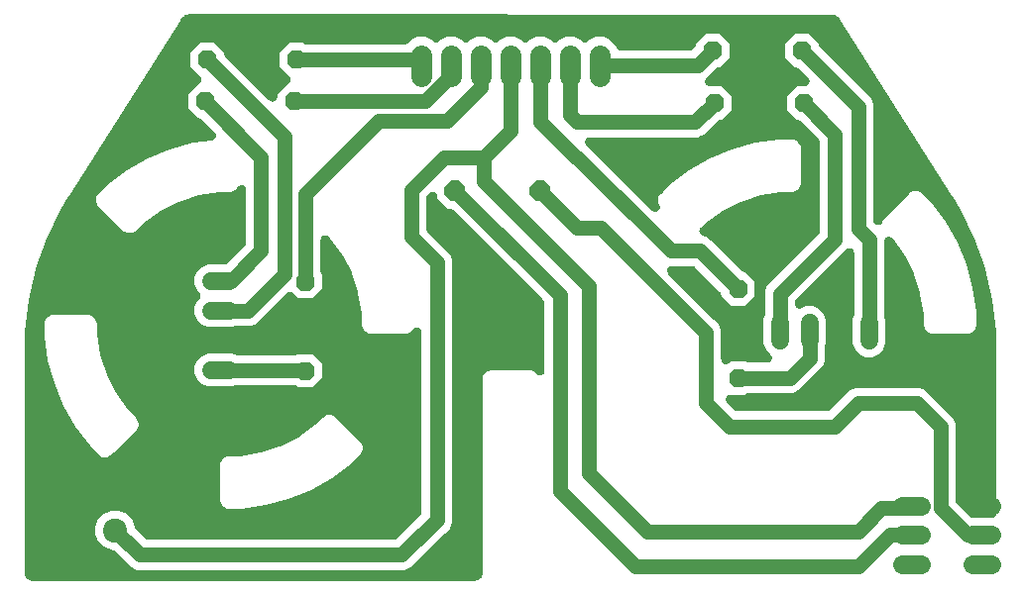
<source format=gbr>
G04 EAGLE Gerber RS-274X export*
G75*
%MOMM*%
%FSLAX34Y34*%
%LPD*%
%IN*%
%IPPOS*%
%AMOC8*
5,1,8,0,0,1.08239X$1,22.5*%
G01*
%ADD10P,1.924489X8X22.500000*%
%ADD11P,1.704548X8X112.500000*%
%ADD12P,1.704548X8X202.500000*%
%ADD13P,1.704548X8X22.500000*%
%ADD14C,1.778000*%
%ADD15C,1.524000*%
%ADD16C,1.574800*%
%ADD17C,2.062000*%
%ADD18C,1.270000*%
%ADD19C,1.016000*%

G36*
X392175Y7810D02*
X392175Y7810D01*
X392286Y7808D01*
X392782Y7847D01*
X392864Y7860D01*
X392948Y7864D01*
X393067Y7890D01*
X393345Y7932D01*
X393600Y8007D01*
X393718Y8034D01*
X394660Y8340D01*
X394886Y8431D01*
X395113Y8517D01*
X395143Y8535D01*
X395189Y8553D01*
X395682Y8839D01*
X395746Y8889D01*
X395793Y8917D01*
X396595Y9499D01*
X396781Y9655D01*
X396971Y9808D01*
X396993Y9834D01*
X397031Y9865D01*
X397412Y10289D01*
X397458Y10357D01*
X397494Y10398D01*
X398076Y11199D01*
X398205Y11405D01*
X398338Y11609D01*
X398352Y11641D01*
X398378Y11683D01*
X398609Y12204D01*
X398631Y12282D01*
X398653Y12332D01*
X398959Y13274D01*
X398980Y13356D01*
X399008Y13435D01*
X399029Y13555D01*
X399097Y13827D01*
X399125Y14092D01*
X399146Y14211D01*
X399185Y14706D01*
X399186Y14915D01*
X399197Y15025D01*
X399197Y17379D01*
X399206Y177672D01*
X399206Y178801D01*
X399206Y178802D01*
X399206Y181571D01*
X400390Y184427D01*
X401455Y185493D01*
X402576Y186613D01*
X404236Y187301D01*
X405432Y187796D01*
X406562Y187796D01*
X409331Y187796D01*
X438023Y187794D01*
X440273Y187794D01*
X440531Y187687D01*
X443129Y186610D01*
X445213Y184527D01*
X445300Y184451D01*
X445380Y184368D01*
X445515Y184264D01*
X445643Y184153D01*
X445740Y184090D01*
X445831Y184020D01*
X445978Y183936D01*
X446121Y183843D01*
X446226Y183795D01*
X446326Y183737D01*
X446484Y183675D01*
X446638Y183603D01*
X446748Y183570D01*
X446855Y183527D01*
X447021Y183487D01*
X447183Y183438D01*
X447297Y183420D01*
X447409Y183393D01*
X447579Y183377D01*
X447746Y183351D01*
X447861Y183349D01*
X447976Y183338D01*
X448146Y183345D01*
X448316Y183343D01*
X448430Y183357D01*
X448546Y183362D01*
X448713Y183393D01*
X448881Y183415D01*
X448992Y183445D01*
X449106Y183466D01*
X449267Y183520D01*
X449431Y183565D01*
X449537Y183611D01*
X449646Y183648D01*
X449798Y183724D01*
X449954Y183791D01*
X450052Y183851D01*
X450155Y183903D01*
X450295Y183999D01*
X450440Y184088D01*
X450529Y184161D01*
X450624Y184227D01*
X450749Y184342D01*
X450880Y184450D01*
X450958Y184535D01*
X451043Y184613D01*
X451151Y184745D01*
X451266Y184870D01*
X451331Y184965D01*
X451404Y185054D01*
X451492Y185199D01*
X451588Y185339D01*
X451640Y185443D01*
X451699Y185541D01*
X451766Y185697D01*
X451842Y185849D01*
X451878Y185959D01*
X451924Y186065D01*
X451968Y186229D01*
X452022Y186390D01*
X452043Y186504D01*
X452073Y186615D01*
X452084Y186729D01*
X452124Y186951D01*
X452138Y187283D01*
X452149Y187400D01*
X452149Y245108D01*
X452145Y245168D01*
X452147Y245228D01*
X452125Y245452D01*
X452109Y245676D01*
X452097Y245735D01*
X452091Y245795D01*
X452037Y246014D01*
X451990Y246233D01*
X451970Y246290D01*
X451955Y246349D01*
X451872Y246557D01*
X451794Y246768D01*
X451766Y246822D01*
X451743Y246878D01*
X451632Y247072D01*
X451526Y247271D01*
X451490Y247320D01*
X451460Y247372D01*
X451385Y247463D01*
X451189Y247731D01*
X451032Y247892D01*
X450959Y247981D01*
X374317Y324619D01*
X374272Y324659D01*
X374231Y324703D01*
X374057Y324846D01*
X373887Y324993D01*
X373837Y325026D01*
X373790Y325064D01*
X373597Y325181D01*
X373409Y325303D01*
X373354Y325328D01*
X373303Y325359D01*
X373096Y325448D01*
X372892Y325543D01*
X372834Y325560D01*
X372779Y325584D01*
X372562Y325642D01*
X372347Y325708D01*
X372287Y325717D01*
X372229Y325733D01*
X372112Y325744D01*
X371784Y325795D01*
X371559Y325798D01*
X371444Y325809D01*
X369535Y325809D01*
X360519Y334825D01*
X360519Y336615D01*
X360511Y336730D01*
X360513Y336845D01*
X360491Y337013D01*
X360479Y337183D01*
X360455Y337296D01*
X360441Y337410D01*
X360396Y337574D01*
X360360Y337741D01*
X360321Y337849D01*
X360290Y337960D01*
X360223Y338116D01*
X360164Y338276D01*
X360110Y338377D01*
X360064Y338483D01*
X359976Y338628D01*
X359896Y338778D01*
X359828Y338871D01*
X359768Y338969D01*
X359660Y339101D01*
X359559Y339238D01*
X359479Y339320D01*
X359406Y339409D01*
X359280Y339524D01*
X359162Y339646D01*
X359071Y339717D01*
X358986Y339795D01*
X358846Y339891D01*
X358711Y339995D01*
X358611Y340052D01*
X358516Y340117D01*
X358364Y340193D01*
X358216Y340277D01*
X358109Y340320D01*
X358006Y340371D01*
X357845Y340424D01*
X357687Y340487D01*
X357574Y340515D01*
X357465Y340551D01*
X357298Y340581D01*
X357133Y340621D01*
X357018Y340633D01*
X356905Y340653D01*
X356735Y340660D01*
X356566Y340677D01*
X356451Y340672D01*
X356335Y340676D01*
X356166Y340659D01*
X355996Y340652D01*
X355883Y340631D01*
X355768Y340620D01*
X355603Y340579D01*
X355436Y340548D01*
X355327Y340511D01*
X355215Y340484D01*
X355057Y340421D01*
X354896Y340367D01*
X354793Y340315D01*
X354686Y340272D01*
X354539Y340188D01*
X354387Y340112D01*
X354292Y340046D01*
X354192Y339989D01*
X354103Y339916D01*
X353918Y339788D01*
X353674Y339563D01*
X353583Y339488D01*
X352001Y337907D01*
X351962Y337861D01*
X351917Y337820D01*
X351775Y337646D01*
X351628Y337476D01*
X351595Y337426D01*
X351557Y337379D01*
X351440Y337187D01*
X351318Y336998D01*
X351292Y336943D01*
X351261Y336892D01*
X351173Y336686D01*
X351078Y336481D01*
X351060Y336423D01*
X351037Y336368D01*
X350978Y336151D01*
X350913Y335936D01*
X350904Y335876D01*
X350888Y335818D01*
X350876Y335701D01*
X350826Y335373D01*
X350822Y335148D01*
X350811Y335033D01*
X350811Y309045D01*
X350816Y308985D01*
X350813Y308925D01*
X350835Y308701D01*
X350851Y308477D01*
X350864Y308418D01*
X350870Y308358D01*
X350923Y308140D01*
X350970Y307920D01*
X350991Y307863D01*
X351005Y307805D01*
X351089Y307596D01*
X351166Y307385D01*
X351195Y307331D01*
X351217Y307275D01*
X351329Y307081D01*
X351435Y306882D01*
X351471Y306834D01*
X351501Y306781D01*
X351575Y306690D01*
X351771Y306422D01*
X351928Y306261D01*
X352001Y306172D01*
X370894Y287279D01*
X372851Y282556D01*
X372851Y57444D01*
X370894Y52721D01*
X366708Y48534D01*
X341466Y23292D01*
X337279Y19106D01*
X332556Y17149D01*
X103885Y17149D01*
X99162Y19106D01*
X94975Y23292D01*
X85238Y33029D01*
X85193Y33069D01*
X85152Y33113D01*
X84978Y33255D01*
X84808Y33403D01*
X84757Y33436D01*
X84711Y33474D01*
X84518Y33591D01*
X84330Y33713D01*
X84275Y33738D01*
X84223Y33769D01*
X84017Y33858D01*
X83813Y33953D01*
X83755Y33970D01*
X83700Y33994D01*
X83483Y34053D01*
X83268Y34118D01*
X83208Y34127D01*
X83150Y34143D01*
X83033Y34154D01*
X82705Y34205D01*
X82480Y34208D01*
X82365Y34219D01*
X82067Y34219D01*
X75889Y36779D01*
X71160Y41508D01*
X69330Y45925D01*
X68600Y47686D01*
X68600Y54374D01*
X71160Y60552D01*
X75889Y65281D01*
X82067Y67841D01*
X88755Y67841D01*
X94933Y65281D01*
X99662Y60552D01*
X102222Y54374D01*
X102222Y54076D01*
X102226Y54016D01*
X102224Y53955D01*
X102246Y53732D01*
X102262Y53508D01*
X102274Y53448D01*
X102280Y53389D01*
X102334Y53170D01*
X102381Y52950D01*
X102401Y52894D01*
X102416Y52835D01*
X102499Y52626D01*
X102577Y52415D01*
X102605Y52362D01*
X102627Y52306D01*
X102739Y52111D01*
X102845Y51913D01*
X102881Y51864D01*
X102911Y51812D01*
X102986Y51721D01*
X103182Y51453D01*
X103339Y51292D01*
X103412Y51203D01*
X110574Y44041D01*
X110619Y44001D01*
X110660Y43957D01*
X110834Y43815D01*
X111004Y43667D01*
X111055Y43634D01*
X111101Y43596D01*
X111294Y43479D01*
X111482Y43357D01*
X111537Y43332D01*
X111589Y43301D01*
X111795Y43212D01*
X111999Y43117D01*
X112057Y43100D01*
X112112Y43076D01*
X112329Y43018D01*
X112544Y42952D01*
X112604Y42943D01*
X112662Y42927D01*
X112779Y42916D01*
X113107Y42865D01*
X113332Y42862D01*
X113447Y42851D01*
X322994Y42851D01*
X323054Y42855D01*
X323115Y42853D01*
X323338Y42875D01*
X323562Y42891D01*
X323622Y42903D01*
X323681Y42909D01*
X323900Y42963D01*
X324120Y43010D01*
X324176Y43030D01*
X324235Y43045D01*
X324444Y43128D01*
X324655Y43206D01*
X324708Y43234D01*
X324764Y43256D01*
X324959Y43368D01*
X325157Y43474D01*
X325206Y43510D01*
X325258Y43540D01*
X325349Y43615D01*
X325617Y43811D01*
X325778Y43968D01*
X325867Y44041D01*
X345959Y64133D01*
X345999Y64178D01*
X346043Y64219D01*
X346185Y64393D01*
X346333Y64563D01*
X346366Y64614D01*
X346404Y64660D01*
X346521Y64853D01*
X346643Y65041D01*
X346668Y65096D01*
X346699Y65148D01*
X346788Y65354D01*
X346883Y65558D01*
X346900Y65616D01*
X346924Y65671D01*
X346982Y65888D01*
X347048Y66103D01*
X347057Y66163D01*
X347073Y66221D01*
X347084Y66338D01*
X347135Y66666D01*
X347138Y66891D01*
X347149Y67006D01*
X347149Y220450D01*
X347146Y220497D01*
X347148Y220545D01*
X347126Y220781D01*
X347109Y221018D01*
X347099Y221065D01*
X347095Y221113D01*
X347040Y221344D01*
X346990Y221575D01*
X346974Y221620D01*
X346963Y221667D01*
X346876Y221887D01*
X346794Y222110D01*
X346772Y222153D01*
X346754Y222197D01*
X346638Y222404D01*
X346526Y222613D01*
X346497Y222651D01*
X346474Y222693D01*
X346329Y222882D01*
X346189Y223073D01*
X346156Y223107D01*
X346127Y223145D01*
X345957Y223311D01*
X345792Y223481D01*
X345754Y223510D01*
X345720Y223544D01*
X345529Y223685D01*
X345341Y223830D01*
X345300Y223853D01*
X345261Y223882D01*
X345052Y223994D01*
X344846Y224112D01*
X344802Y224130D01*
X344760Y224152D01*
X344538Y224234D01*
X344317Y224322D01*
X344270Y224333D01*
X344225Y224350D01*
X343994Y224400D01*
X343763Y224456D01*
X343715Y224461D01*
X343668Y224471D01*
X343433Y224488D01*
X343196Y224512D01*
X343148Y224509D01*
X343100Y224513D01*
X342864Y224497D01*
X342626Y224487D01*
X342579Y224478D01*
X342532Y224475D01*
X342300Y224426D01*
X342066Y224383D01*
X342021Y224368D01*
X341974Y224358D01*
X341751Y224277D01*
X341526Y224202D01*
X341483Y224180D01*
X341438Y224164D01*
X341229Y224053D01*
X341017Y223947D01*
X340977Y223919D01*
X340935Y223897D01*
X340743Y223758D01*
X340548Y223623D01*
X340513Y223590D01*
X340474Y223562D01*
X340303Y223397D01*
X340129Y223236D01*
X340099Y223199D01*
X340064Y223166D01*
X339919Y222979D01*
X339768Y222795D01*
X339743Y222754D01*
X339714Y222717D01*
X339662Y222620D01*
X339473Y222308D01*
X339441Y222233D01*
X337223Y220037D01*
X334361Y218868D01*
X331269Y218883D01*
X330299Y219290D01*
X330178Y219331D01*
X330061Y219382D01*
X329909Y219423D01*
X329760Y219474D01*
X329634Y219497D01*
X329511Y219531D01*
X329401Y219541D01*
X329200Y219580D01*
X328836Y219597D01*
X328726Y219607D01*
X302309Y219607D01*
X299453Y220790D01*
X297267Y222976D01*
X296550Y224708D01*
X296084Y225832D01*
X296084Y227624D01*
X296083Y227637D01*
X296084Y227646D01*
X296082Y227987D01*
X296075Y228083D01*
X296078Y228146D01*
X295701Y236650D01*
X295659Y237013D01*
X295652Y237123D01*
X292918Y253915D01*
X292787Y254469D01*
X292774Y254504D01*
X292768Y254530D01*
X287459Y270693D01*
X287243Y271221D01*
X287224Y271253D01*
X287215Y271278D01*
X279458Y286420D01*
X279164Y286907D01*
X279140Y286936D01*
X279127Y286959D01*
X269112Y300712D01*
X268877Y300992D01*
X268810Y301079D01*
X267819Y302151D01*
X267677Y302284D01*
X267542Y302423D01*
X267470Y302479D01*
X267404Y302541D01*
X267245Y302653D01*
X267091Y302772D01*
X267012Y302817D01*
X266938Y302870D01*
X266765Y302958D01*
X266596Y303054D01*
X266512Y303088D01*
X266431Y303129D01*
X266247Y303193D01*
X266067Y303265D01*
X265979Y303286D01*
X265892Y303316D01*
X265701Y303353D01*
X265513Y303399D01*
X265423Y303408D01*
X265333Y303425D01*
X265139Y303435D01*
X264946Y303454D01*
X264855Y303450D01*
X264764Y303455D01*
X264570Y303438D01*
X264377Y303430D01*
X264287Y303413D01*
X264197Y303405D01*
X264007Y303361D01*
X263816Y303326D01*
X263730Y303297D01*
X263642Y303276D01*
X263461Y303206D01*
X263276Y303144D01*
X263195Y303104D01*
X263110Y303071D01*
X262941Y302976D01*
X262767Y302889D01*
X262692Y302838D01*
X262612Y302793D01*
X262458Y302676D01*
X262298Y302565D01*
X262231Y302504D01*
X262159Y302449D01*
X262022Y302311D01*
X261879Y302179D01*
X261821Y302109D01*
X261757Y302044D01*
X261641Y301889D01*
X261518Y301738D01*
X261471Y301660D01*
X261417Y301588D01*
X261323Y301417D01*
X261223Y301251D01*
X261187Y301167D01*
X261143Y301088D01*
X261075Y300906D01*
X260998Y300727D01*
X260974Y300639D01*
X260942Y300554D01*
X260900Y300365D01*
X260849Y300177D01*
X260842Y300107D01*
X260818Y299998D01*
X260773Y299430D01*
X260774Y299408D01*
X260773Y299393D01*
X260771Y272791D01*
X260775Y272731D01*
X260773Y272670D01*
X260795Y272447D01*
X260811Y272223D01*
X260824Y272163D01*
X260830Y272103D01*
X260883Y271885D01*
X260930Y271665D01*
X260951Y271609D01*
X260965Y271550D01*
X261049Y271341D01*
X261126Y271130D01*
X261154Y271077D01*
X261177Y271021D01*
X261289Y270826D01*
X261395Y270628D01*
X261430Y270579D01*
X261461Y270527D01*
X261535Y270436D01*
X261731Y270168D01*
X261888Y270007D01*
X261961Y269918D01*
X262295Y269584D01*
X262295Y257676D01*
X253874Y249255D01*
X241966Y249255D01*
X237571Y253651D01*
X237397Y253802D01*
X237227Y253957D01*
X237182Y253988D01*
X237140Y254024D01*
X236947Y254149D01*
X236757Y254280D01*
X236708Y254304D01*
X236662Y254334D01*
X236453Y254431D01*
X236247Y254533D01*
X236195Y254551D01*
X236145Y254574D01*
X235925Y254641D01*
X235707Y254713D01*
X235653Y254723D01*
X235600Y254739D01*
X235373Y254774D01*
X235146Y254816D01*
X235091Y254818D01*
X235037Y254826D01*
X234807Y254830D01*
X234577Y254839D01*
X234522Y254833D01*
X234467Y254834D01*
X234239Y254805D01*
X234010Y254782D01*
X233957Y254769D01*
X233902Y254762D01*
X233680Y254701D01*
X233456Y254647D01*
X233405Y254626D01*
X233352Y254612D01*
X233141Y254520D01*
X232927Y254435D01*
X232880Y254408D01*
X232829Y254386D01*
X232633Y254266D01*
X232433Y254151D01*
X232399Y254123D01*
X232343Y254089D01*
X231903Y253727D01*
X231859Y253679D01*
X231824Y253651D01*
X206179Y228006D01*
X201456Y226049D01*
X189203Y226049D01*
X189085Y226041D01*
X188967Y226042D01*
X188802Y226021D01*
X188635Y226009D01*
X188519Y225985D01*
X188402Y225970D01*
X188293Y225936D01*
X188077Y225890D01*
X187759Y225774D01*
X187648Y225740D01*
X185329Y224779D01*
X164471Y224779D01*
X159281Y226929D01*
X155309Y230901D01*
X153159Y236091D01*
X153159Y241709D01*
X155309Y246899D01*
X157137Y248727D01*
X157211Y248812D01*
X157286Y248885D01*
X157352Y248971D01*
X157444Y249070D01*
X157475Y249116D01*
X157511Y249157D01*
X157584Y249270D01*
X157635Y249336D01*
X157678Y249411D01*
X157766Y249540D01*
X157791Y249589D01*
X157821Y249635D01*
X157886Y249777D01*
X157917Y249831D01*
X157941Y249892D01*
X158020Y250050D01*
X158037Y250102D01*
X158060Y250152D01*
X158112Y250322D01*
X158127Y250360D01*
X158138Y250404D01*
X158200Y250591D01*
X158210Y250645D01*
X158226Y250697D01*
X158256Y250892D01*
X158261Y250914D01*
X158264Y250940D01*
X158302Y251151D01*
X158305Y251206D01*
X158313Y251260D01*
X158316Y251475D01*
X158316Y251481D01*
X158316Y251490D01*
X158325Y251721D01*
X158320Y251775D01*
X158321Y251830D01*
X158292Y252058D01*
X158269Y252287D01*
X158256Y252341D01*
X158249Y252395D01*
X158188Y252618D01*
X158133Y252841D01*
X158113Y252892D01*
X158098Y252945D01*
X158007Y253156D01*
X157921Y253370D01*
X157894Y253418D01*
X157872Y253468D01*
X157753Y253664D01*
X157638Y253864D01*
X157610Y253898D01*
X157576Y253954D01*
X157214Y254395D01*
X157165Y254439D01*
X157137Y254473D01*
X155309Y256301D01*
X153159Y261491D01*
X153159Y267109D01*
X155309Y272299D01*
X159281Y276271D01*
X164471Y278421D01*
X178564Y278421D01*
X178624Y278425D01*
X178685Y278423D01*
X178908Y278445D01*
X179132Y278461D01*
X179192Y278473D01*
X179251Y278479D01*
X179470Y278533D01*
X179690Y278580D01*
X179746Y278600D01*
X179805Y278615D01*
X180014Y278698D01*
X180225Y278776D01*
X180278Y278804D01*
X180334Y278826D01*
X180529Y278938D01*
X180727Y279044D01*
X180776Y279080D01*
X180828Y279110D01*
X180919Y279185D01*
X181187Y279381D01*
X181348Y279538D01*
X181437Y279611D01*
X195959Y294133D01*
X195999Y294178D01*
X196043Y294219D01*
X196185Y294393D01*
X196333Y294563D01*
X196366Y294614D01*
X196404Y294660D01*
X196521Y294853D01*
X196643Y295041D01*
X196668Y295096D01*
X196699Y295148D01*
X196788Y295354D01*
X196883Y295558D01*
X196900Y295616D01*
X196924Y295671D01*
X196982Y295888D01*
X197048Y296103D01*
X197057Y296163D01*
X197073Y296221D01*
X197084Y296338D01*
X197135Y296666D01*
X197138Y296891D01*
X197149Y297006D01*
X197149Y342154D01*
X197145Y342212D01*
X197148Y342269D01*
X197125Y342496D01*
X197109Y342723D01*
X197097Y342779D01*
X197092Y342836D01*
X197038Y343057D01*
X196990Y343280D01*
X196970Y343334D01*
X196957Y343390D01*
X196873Y343601D01*
X196794Y343815D01*
X196767Y343866D01*
X196746Y343919D01*
X196633Y344116D01*
X196526Y344317D01*
X196492Y344364D01*
X196463Y344414D01*
X196323Y344594D01*
X196189Y344777D01*
X196149Y344818D01*
X196114Y344864D01*
X195950Y345023D01*
X195792Y345185D01*
X195746Y345221D01*
X195705Y345261D01*
X195521Y345395D01*
X195341Y345534D01*
X195291Y345563D01*
X195244Y345597D01*
X195044Y345704D01*
X194846Y345816D01*
X194792Y345838D01*
X194742Y345865D01*
X194529Y345942D01*
X194317Y346027D01*
X194260Y346040D01*
X194206Y346060D01*
X193984Y346107D01*
X193763Y346161D01*
X193705Y346166D01*
X193649Y346178D01*
X193422Y346194D01*
X193196Y346216D01*
X193138Y346213D01*
X193081Y346217D01*
X192854Y346201D01*
X192626Y346191D01*
X192570Y346181D01*
X192512Y346177D01*
X192290Y346129D01*
X192066Y346087D01*
X192011Y346069D01*
X191955Y346057D01*
X191742Y345979D01*
X191526Y345906D01*
X191474Y345880D01*
X191420Y345860D01*
X191221Y345753D01*
X191017Y345651D01*
X190969Y345618D01*
X190918Y345591D01*
X190735Y345457D01*
X190548Y345327D01*
X190505Y345288D01*
X190459Y345254D01*
X190296Y345095D01*
X190129Y344941D01*
X190092Y344896D01*
X190051Y344856D01*
X189912Y344676D01*
X189768Y344500D01*
X189738Y344450D01*
X189703Y344405D01*
X189648Y344302D01*
X189473Y344013D01*
X189468Y344001D01*
X187257Y341790D01*
X184892Y340811D01*
X184401Y340607D01*
X182855Y340607D01*
X182758Y340600D01*
X182695Y340604D01*
X174130Y340268D01*
X173763Y340227D01*
X173654Y340221D01*
X156735Y337541D01*
X156180Y337413D01*
X156142Y337398D01*
X156115Y337392D01*
X139823Y332099D01*
X139295Y331885D01*
X139260Y331865D01*
X139234Y331855D01*
X123971Y324078D01*
X123483Y323784D01*
X123452Y323759D01*
X123428Y323745D01*
X109569Y313676D01*
X109286Y313438D01*
X109199Y313372D01*
X102905Y307554D01*
X102838Y307482D01*
X102789Y307442D01*
X102753Y307406D01*
X102752Y307406D01*
X101697Y306350D01*
X99404Y305401D01*
X98841Y305167D01*
X95749Y305167D01*
X92893Y306350D01*
X90136Y309107D01*
X90136Y309108D01*
X72959Y326285D01*
X70201Y329042D01*
X69659Y330352D01*
X69658Y330353D01*
X69018Y331898D01*
X69018Y334990D01*
X69177Y335372D01*
X70201Y337846D01*
X71294Y338939D01*
X78606Y346251D01*
X95014Y358841D01*
X112925Y369182D01*
X132032Y377096D01*
X152009Y382449D01*
X167838Y384533D01*
X167970Y384560D01*
X168103Y384577D01*
X168249Y384617D01*
X168396Y384647D01*
X168523Y384692D01*
X168653Y384727D01*
X168791Y384787D01*
X168933Y384838D01*
X169052Y384900D01*
X169176Y384953D01*
X169305Y385032D01*
X169438Y385102D01*
X169547Y385180D01*
X169662Y385250D01*
X169779Y385346D01*
X169901Y385434D01*
X169999Y385527D01*
X170102Y385612D01*
X170204Y385723D01*
X170313Y385827D01*
X170397Y385933D01*
X170487Y386032D01*
X170573Y386156D01*
X170666Y386275D01*
X170734Y386391D01*
X170810Y386501D01*
X170877Y386637D01*
X170953Y386767D01*
X171004Y386891D01*
X171064Y387012D01*
X171111Y387155D01*
X171168Y387294D01*
X171201Y387425D01*
X171244Y387552D01*
X171271Y387701D01*
X171308Y387847D01*
X171322Y387981D01*
X171346Y388113D01*
X171352Y388263D01*
X171368Y388414D01*
X171364Y388548D01*
X171369Y388682D01*
X171354Y388832D01*
X171349Y388983D01*
X171326Y389115D01*
X171312Y389249D01*
X171277Y389396D01*
X171250Y389544D01*
X171209Y389672D01*
X171177Y389802D01*
X171121Y389943D01*
X171074Y390086D01*
X171015Y390207D01*
X170965Y390331D01*
X170890Y390462D01*
X170824Y390598D01*
X170749Y390709D01*
X170682Y390826D01*
X170614Y390908D01*
X170504Y391070D01*
X170247Y391354D01*
X170181Y391435D01*
X159271Y402345D01*
X159225Y402385D01*
X159184Y402429D01*
X159010Y402572D01*
X158841Y402719D01*
X158790Y402752D01*
X158743Y402790D01*
X158551Y402906D01*
X158363Y403029D01*
X158308Y403054D01*
X158256Y403085D01*
X158050Y403174D01*
X157846Y403268D01*
X157788Y403286D01*
X157732Y403310D01*
X157515Y403369D01*
X157300Y403434D01*
X157241Y403443D01*
X157182Y403459D01*
X157065Y403470D01*
X156737Y403521D01*
X156512Y403524D01*
X156398Y403535D01*
X155926Y403535D01*
X147505Y411956D01*
X147505Y423864D01*
X156075Y432434D01*
X156122Y432444D01*
X156230Y432483D01*
X156342Y432514D01*
X156498Y432581D01*
X156657Y432640D01*
X156759Y432694D01*
X156865Y432740D01*
X157010Y432828D01*
X157160Y432908D01*
X157253Y432976D01*
X157351Y433036D01*
X157483Y433144D01*
X157620Y433245D01*
X157702Y433325D01*
X157791Y433398D01*
X157906Y433523D01*
X158028Y433642D01*
X158099Y433733D01*
X158176Y433818D01*
X158273Y433958D01*
X158377Y434093D01*
X158434Y434193D01*
X158499Y434288D01*
X158575Y434440D01*
X158659Y434588D01*
X158702Y434695D01*
X158753Y434798D01*
X158806Y434959D01*
X158869Y435117D01*
X158896Y435230D01*
X158933Y435339D01*
X158963Y435506D01*
X159003Y435671D01*
X159014Y435786D01*
X159035Y435899D01*
X159042Y436069D01*
X159059Y436238D01*
X159054Y436353D01*
X159058Y436469D01*
X159041Y436638D01*
X159034Y436808D01*
X159013Y436921D01*
X159001Y437035D01*
X158961Y437201D01*
X158930Y437368D01*
X158893Y437477D01*
X158866Y437589D01*
X158803Y437747D01*
X158749Y437908D01*
X158697Y438011D01*
X158654Y438118D01*
X158570Y438265D01*
X158494Y438417D01*
X158428Y438512D01*
X158371Y438612D01*
X158298Y438701D01*
X158170Y438886D01*
X157945Y439130D01*
X157870Y439221D01*
X149585Y447506D01*
X149585Y459414D01*
X158006Y467835D01*
X169914Y467835D01*
X178335Y459414D01*
X178335Y458941D01*
X178339Y458881D01*
X178337Y458821D01*
X178359Y458598D01*
X178375Y458373D01*
X178387Y458314D01*
X178393Y458254D01*
X178447Y458036D01*
X178494Y457816D01*
X178514Y457759D01*
X178529Y457701D01*
X178612Y457492D01*
X178690Y457281D01*
X178718Y457227D01*
X178740Y457172D01*
X178852Y456976D01*
X178958Y456778D01*
X178994Y456730D01*
X179024Y456677D01*
X179099Y456586D01*
X179295Y456318D01*
X179451Y456157D01*
X179525Y456068D01*
X216769Y418820D01*
X216856Y418745D01*
X216936Y418662D01*
X217071Y418558D01*
X217199Y418447D01*
X217296Y418384D01*
X217387Y418313D01*
X217534Y418229D01*
X217677Y418137D01*
X217782Y418088D01*
X217882Y418031D01*
X218040Y417968D01*
X218194Y417897D01*
X218304Y417863D01*
X218411Y417821D01*
X218577Y417781D01*
X218739Y417732D01*
X218853Y417714D01*
X218965Y417687D01*
X219134Y417670D01*
X219302Y417644D01*
X219418Y417643D01*
X219532Y417632D01*
X219702Y417639D01*
X219872Y417637D01*
X219986Y417651D01*
X220102Y417656D01*
X220269Y417687D01*
X220437Y417709D01*
X220548Y417739D01*
X220662Y417760D01*
X220823Y417814D01*
X220987Y417859D01*
X221093Y417905D01*
X221202Y417941D01*
X221354Y418018D01*
X221510Y418085D01*
X221608Y418145D01*
X221711Y418197D01*
X221851Y418293D01*
X221996Y418382D01*
X222085Y418455D01*
X222180Y418520D01*
X222305Y418636D01*
X222436Y418743D01*
X222514Y418828D01*
X222599Y418907D01*
X222707Y419038D01*
X222822Y419163D01*
X222887Y419258D01*
X222960Y419348D01*
X223048Y419493D01*
X223144Y419633D01*
X223196Y419736D01*
X223255Y419835D01*
X223322Y419991D01*
X223398Y420143D01*
X223434Y420253D01*
X223480Y420359D01*
X223524Y420523D01*
X223578Y420684D01*
X223599Y420797D01*
X223629Y420909D01*
X223640Y421023D01*
X223680Y421244D01*
X223694Y421576D01*
X223705Y421693D01*
X223705Y423864D01*
X232275Y432434D01*
X232322Y432444D01*
X232430Y432483D01*
X232542Y432514D01*
X232698Y432581D01*
X232857Y432640D01*
X232959Y432694D01*
X233065Y432740D01*
X233210Y432828D01*
X233360Y432908D01*
X233453Y432976D01*
X233551Y433036D01*
X233683Y433144D01*
X233820Y433245D01*
X233902Y433325D01*
X233991Y433398D01*
X234106Y433523D01*
X234228Y433642D01*
X234299Y433733D01*
X234376Y433818D01*
X234473Y433958D01*
X234577Y434093D01*
X234634Y434193D01*
X234699Y434288D01*
X234775Y434440D01*
X234859Y434588D01*
X234902Y434695D01*
X234953Y434798D01*
X235006Y434959D01*
X235069Y435117D01*
X235096Y435230D01*
X235133Y435339D01*
X235163Y435506D01*
X235203Y435671D01*
X235214Y435786D01*
X235235Y435899D01*
X235242Y436069D01*
X235259Y436238D01*
X235254Y436353D01*
X235258Y436469D01*
X235241Y436638D01*
X235234Y436808D01*
X235213Y436921D01*
X235201Y437035D01*
X235161Y437201D01*
X235130Y437368D01*
X235093Y437477D01*
X235066Y437589D01*
X235003Y437747D01*
X234949Y437908D01*
X234897Y438011D01*
X234854Y438118D01*
X234770Y438265D01*
X234694Y438417D01*
X234628Y438512D01*
X234571Y438612D01*
X234498Y438701D01*
X234370Y438886D01*
X234145Y439130D01*
X234070Y439221D01*
X225785Y447506D01*
X225785Y459414D01*
X234206Y467835D01*
X246114Y467835D01*
X246448Y467501D01*
X246494Y467461D01*
X246535Y467417D01*
X246709Y467275D01*
X246878Y467127D01*
X246929Y467094D01*
X246976Y467056D01*
X247168Y466939D01*
X247357Y466817D01*
X247411Y466792D01*
X247463Y466760D01*
X247669Y466672D01*
X247873Y466577D01*
X247931Y466560D01*
X247987Y466536D01*
X248203Y466477D01*
X248419Y466412D01*
X248478Y466403D01*
X248537Y466387D01*
X248654Y466376D01*
X248982Y466325D01*
X249207Y466322D01*
X249321Y466311D01*
X332230Y466309D01*
X332290Y466313D01*
X332351Y466311D01*
X332574Y466333D01*
X332798Y466349D01*
X332858Y466362D01*
X332918Y466368D01*
X333136Y466421D01*
X333356Y466468D01*
X333412Y466489D01*
X333471Y466503D01*
X333680Y466587D01*
X333891Y466664D01*
X333944Y466692D01*
X334000Y466715D01*
X334195Y466827D01*
X334393Y466933D01*
X334442Y466968D01*
X334494Y466998D01*
X334585Y467073D01*
X334853Y467269D01*
X335014Y467426D01*
X335103Y467499D01*
X338102Y470498D01*
X343759Y472841D01*
X349881Y472841D01*
X355538Y470498D01*
X356647Y469389D01*
X356821Y469238D01*
X356990Y469082D01*
X357036Y469051D01*
X357077Y469015D01*
X357270Y468890D01*
X357460Y468760D01*
X357509Y468735D01*
X357555Y468705D01*
X357764Y468609D01*
X357970Y468506D01*
X358022Y468489D01*
X358072Y468466D01*
X358293Y468399D01*
X358511Y468326D01*
X358565Y468316D01*
X358617Y468300D01*
X358845Y468265D01*
X359071Y468224D01*
X359126Y468221D01*
X359180Y468213D01*
X359410Y468210D01*
X359641Y468201D01*
X359695Y468206D01*
X359750Y468205D01*
X359978Y468234D01*
X360207Y468257D01*
X360261Y468270D01*
X360315Y468277D01*
X360537Y468338D01*
X360761Y468393D01*
X360812Y468413D01*
X360865Y468428D01*
X361076Y468519D01*
X361290Y468605D01*
X361338Y468632D01*
X361388Y468654D01*
X361584Y468774D01*
X361784Y468888D01*
X361819Y468916D01*
X361874Y468950D01*
X362314Y469312D01*
X362359Y469361D01*
X362393Y469389D01*
X363502Y470498D01*
X369159Y472841D01*
X375281Y472841D01*
X380938Y470498D01*
X382047Y469389D01*
X382221Y469238D01*
X382390Y469082D01*
X382436Y469051D01*
X382477Y469015D01*
X382670Y468890D01*
X382860Y468760D01*
X382909Y468735D01*
X382955Y468705D01*
X383164Y468609D01*
X383370Y468506D01*
X383422Y468489D01*
X383472Y468466D01*
X383693Y468399D01*
X383911Y468326D01*
X383965Y468316D01*
X384017Y468300D01*
X384245Y468265D01*
X384471Y468224D01*
X384526Y468221D01*
X384580Y468213D01*
X384810Y468210D01*
X385041Y468201D01*
X385095Y468206D01*
X385150Y468205D01*
X385378Y468234D01*
X385607Y468257D01*
X385661Y468270D01*
X385715Y468277D01*
X385937Y468338D01*
X386161Y468393D01*
X386212Y468413D01*
X386265Y468428D01*
X386476Y468519D01*
X386690Y468605D01*
X386738Y468632D01*
X386788Y468654D01*
X386984Y468774D01*
X387184Y468888D01*
X387219Y468916D01*
X387274Y468950D01*
X387714Y469312D01*
X387759Y469361D01*
X387793Y469389D01*
X388902Y470498D01*
X394559Y472841D01*
X400681Y472841D01*
X406338Y470498D01*
X407447Y469389D01*
X407621Y469238D01*
X407790Y469082D01*
X407836Y469051D01*
X407877Y469015D01*
X408070Y468890D01*
X408260Y468760D01*
X408309Y468735D01*
X408355Y468705D01*
X408564Y468609D01*
X408770Y468506D01*
X408822Y468489D01*
X408872Y468466D01*
X409093Y468399D01*
X409311Y468326D01*
X409365Y468316D01*
X409417Y468300D01*
X409645Y468265D01*
X409871Y468224D01*
X409926Y468221D01*
X409980Y468213D01*
X410210Y468210D01*
X410441Y468201D01*
X410495Y468206D01*
X410550Y468205D01*
X410778Y468234D01*
X411007Y468257D01*
X411061Y468270D01*
X411115Y468277D01*
X411337Y468338D01*
X411561Y468393D01*
X411612Y468413D01*
X411665Y468428D01*
X411876Y468519D01*
X412090Y468605D01*
X412138Y468632D01*
X412188Y468654D01*
X412384Y468774D01*
X412584Y468888D01*
X412619Y468916D01*
X412674Y468950D01*
X413114Y469312D01*
X413159Y469361D01*
X413193Y469389D01*
X414302Y470498D01*
X419959Y472841D01*
X426081Y472841D01*
X431738Y470498D01*
X432847Y469389D01*
X433021Y469238D01*
X433190Y469082D01*
X433236Y469051D01*
X433277Y469015D01*
X433470Y468890D01*
X433660Y468760D01*
X433709Y468735D01*
X433755Y468705D01*
X433964Y468609D01*
X434170Y468506D01*
X434222Y468489D01*
X434272Y468466D01*
X434493Y468399D01*
X434711Y468326D01*
X434765Y468316D01*
X434817Y468300D01*
X435045Y468265D01*
X435271Y468224D01*
X435326Y468221D01*
X435380Y468213D01*
X435610Y468210D01*
X435841Y468201D01*
X435895Y468206D01*
X435950Y468205D01*
X436178Y468234D01*
X436407Y468257D01*
X436461Y468270D01*
X436515Y468277D01*
X436737Y468338D01*
X436961Y468393D01*
X437012Y468413D01*
X437065Y468428D01*
X437276Y468519D01*
X437490Y468605D01*
X437538Y468632D01*
X437588Y468654D01*
X437784Y468774D01*
X437984Y468888D01*
X438019Y468916D01*
X438074Y468950D01*
X438514Y469312D01*
X438559Y469361D01*
X438593Y469389D01*
X439702Y470498D01*
X445359Y472841D01*
X451481Y472841D01*
X457138Y470498D01*
X458247Y469389D01*
X458421Y469238D01*
X458590Y469082D01*
X458636Y469051D01*
X458677Y469015D01*
X458870Y468890D01*
X459060Y468760D01*
X459109Y468735D01*
X459155Y468705D01*
X459364Y468609D01*
X459570Y468506D01*
X459622Y468489D01*
X459672Y468466D01*
X459893Y468399D01*
X460111Y468326D01*
X460165Y468316D01*
X460217Y468300D01*
X460445Y468265D01*
X460671Y468224D01*
X460726Y468221D01*
X460780Y468213D01*
X461010Y468210D01*
X461241Y468201D01*
X461295Y468206D01*
X461350Y468205D01*
X461578Y468234D01*
X461807Y468257D01*
X461861Y468270D01*
X461915Y468277D01*
X462137Y468338D01*
X462361Y468393D01*
X462412Y468413D01*
X462465Y468428D01*
X462676Y468519D01*
X462890Y468605D01*
X462938Y468632D01*
X462988Y468654D01*
X463184Y468774D01*
X463384Y468888D01*
X463419Y468916D01*
X463474Y468950D01*
X463914Y469312D01*
X463959Y469361D01*
X463993Y469389D01*
X465102Y470498D01*
X470759Y472841D01*
X476881Y472841D01*
X482538Y470498D01*
X483647Y469389D01*
X483821Y469238D01*
X483990Y469082D01*
X484036Y469051D01*
X484077Y469015D01*
X484270Y468890D01*
X484460Y468760D01*
X484509Y468735D01*
X484555Y468705D01*
X484764Y468609D01*
X484970Y468506D01*
X485022Y468489D01*
X485072Y468466D01*
X485293Y468399D01*
X485511Y468326D01*
X485565Y468316D01*
X485617Y468300D01*
X485845Y468265D01*
X486071Y468224D01*
X486126Y468221D01*
X486180Y468213D01*
X486410Y468210D01*
X486641Y468201D01*
X486695Y468206D01*
X486750Y468205D01*
X486978Y468234D01*
X487207Y468257D01*
X487261Y468270D01*
X487315Y468277D01*
X487537Y468338D01*
X487761Y468393D01*
X487812Y468413D01*
X487865Y468428D01*
X488076Y468519D01*
X488290Y468605D01*
X488338Y468632D01*
X488388Y468654D01*
X488584Y468774D01*
X488784Y468888D01*
X488819Y468916D01*
X488874Y468950D01*
X489314Y469312D01*
X489359Y469361D01*
X489393Y469389D01*
X490502Y470498D01*
X496159Y472841D01*
X502281Y472841D01*
X507938Y470498D01*
X512268Y466168D01*
X513199Y463919D01*
X513200Y463917D01*
X513201Y463914D01*
X513327Y463662D01*
X513454Y463409D01*
X513455Y463407D01*
X513456Y463405D01*
X513620Y463167D01*
X513777Y462940D01*
X513779Y462938D01*
X513780Y462936D01*
X513979Y462721D01*
X514163Y462521D01*
X514165Y462519D01*
X514167Y462517D01*
X514389Y462335D01*
X514603Y462159D01*
X514605Y462158D01*
X514608Y462156D01*
X514846Y462012D01*
X515090Y461863D01*
X515093Y461862D01*
X515095Y461861D01*
X515345Y461754D01*
X515613Y461638D01*
X515616Y461637D01*
X515619Y461636D01*
X515883Y461564D01*
X516163Y461488D01*
X516166Y461488D01*
X516168Y461487D01*
X516181Y461486D01*
X516728Y461417D01*
X516868Y461419D01*
X516953Y461411D01*
X575854Y461411D01*
X575914Y461415D01*
X575975Y461413D01*
X576198Y461435D01*
X576422Y461451D01*
X576482Y461463D01*
X576541Y461469D01*
X576760Y461523D01*
X576980Y461570D01*
X577036Y461590D01*
X577095Y461605D01*
X577304Y461688D01*
X577515Y461766D01*
X577568Y461794D01*
X577624Y461816D01*
X577819Y461928D01*
X578017Y462034D01*
X578066Y462070D01*
X578118Y462100D01*
X578209Y462175D01*
X578477Y462371D01*
X578638Y462528D01*
X578727Y462601D01*
X579995Y463869D01*
X580035Y463914D01*
X580079Y463955D01*
X580221Y464129D01*
X580369Y464299D01*
X580402Y464350D01*
X580440Y464396D01*
X580557Y464589D01*
X580679Y464777D01*
X580704Y464832D01*
X580735Y464884D01*
X580824Y465090D01*
X580919Y465294D01*
X580936Y465352D01*
X580960Y465407D01*
X581018Y465624D01*
X581084Y465839D01*
X581093Y465899D01*
X581109Y465957D01*
X581120Y466074D01*
X581171Y466402D01*
X581174Y466627D01*
X581185Y466742D01*
X581185Y467214D01*
X589606Y475635D01*
X601514Y475635D01*
X609935Y467214D01*
X609935Y455306D01*
X601514Y446885D01*
X601042Y446885D01*
X600982Y446881D01*
X600921Y446883D01*
X600698Y446861D01*
X600474Y446845D01*
X600414Y446833D01*
X600355Y446827D01*
X600136Y446773D01*
X599916Y446726D01*
X599860Y446706D01*
X599801Y446691D01*
X599592Y446608D01*
X599381Y446530D01*
X599328Y446502D01*
X599272Y446480D01*
X599077Y446368D01*
X598879Y446262D01*
X598830Y446226D01*
X598778Y446196D01*
X598687Y446121D01*
X598419Y445925D01*
X598258Y445768D01*
X598169Y445695D01*
X594326Y441852D01*
X590205Y437731D01*
X590129Y437644D01*
X590047Y437564D01*
X589943Y437429D01*
X589831Y437301D01*
X589768Y437204D01*
X589698Y437113D01*
X589614Y436966D01*
X589521Y436823D01*
X589473Y436718D01*
X589416Y436618D01*
X589353Y436460D01*
X589281Y436306D01*
X589248Y436196D01*
X589206Y436089D01*
X589165Y435923D01*
X589116Y435761D01*
X589099Y435647D01*
X589071Y435535D01*
X589055Y435365D01*
X589029Y435198D01*
X589027Y435083D01*
X589016Y434968D01*
X589024Y434798D01*
X589021Y434628D01*
X589036Y434514D01*
X589041Y434398D01*
X589072Y434231D01*
X589093Y434063D01*
X589124Y433951D01*
X589145Y433838D01*
X589199Y433677D01*
X589244Y433513D01*
X589289Y433407D01*
X589326Y433298D01*
X589402Y433146D01*
X589470Y432990D01*
X589530Y432892D01*
X589581Y432789D01*
X589678Y432649D01*
X589766Y432504D01*
X589840Y432415D01*
X589905Y432320D01*
X590020Y432195D01*
X590128Y432063D01*
X590213Y431986D01*
X590291Y431901D01*
X590423Y431793D01*
X590548Y431678D01*
X590643Y431613D01*
X590732Y431540D01*
X590878Y431452D01*
X591018Y431356D01*
X591121Y431304D01*
X591220Y431245D01*
X591376Y431178D01*
X591528Y431102D01*
X591638Y431066D01*
X591743Y431020D01*
X591907Y430976D01*
X592069Y430922D01*
X592182Y430901D01*
X592293Y430871D01*
X592408Y430860D01*
X592629Y430820D01*
X592961Y430806D01*
X593078Y430795D01*
X603054Y430795D01*
X611475Y422374D01*
X611475Y410466D01*
X603054Y402045D01*
X602578Y402045D01*
X602518Y402041D01*
X602459Y402044D01*
X602235Y402021D01*
X602010Y402005D01*
X601951Y401993D01*
X601892Y401987D01*
X601673Y401933D01*
X601452Y401886D01*
X601396Y401866D01*
X601338Y401852D01*
X601129Y401768D01*
X600917Y401690D01*
X600865Y401662D01*
X600809Y401640D01*
X600614Y401528D01*
X600415Y401422D01*
X600367Y401386D01*
X600315Y401357D01*
X600224Y401282D01*
X599955Y401085D01*
X599795Y400929D01*
X599706Y400856D01*
X589787Y390943D01*
X589786Y390942D01*
X587948Y389104D01*
X585600Y388133D01*
X585599Y388132D01*
X583224Y387148D01*
X580667Y387149D01*
X580666Y387149D01*
X490834Y387149D01*
X490719Y387141D01*
X490604Y387143D01*
X490435Y387121D01*
X490266Y387109D01*
X490153Y387085D01*
X490039Y387071D01*
X489874Y387026D01*
X489708Y386990D01*
X489600Y386951D01*
X489489Y386920D01*
X489333Y386853D01*
X489173Y386794D01*
X489071Y386740D01*
X488966Y386694D01*
X488821Y386606D01*
X488671Y386526D01*
X488578Y386458D01*
X488479Y386398D01*
X488348Y386290D01*
X488211Y386189D01*
X488128Y386109D01*
X488039Y386036D01*
X487924Y385910D01*
X487803Y385792D01*
X487732Y385701D01*
X487654Y385616D01*
X487558Y385475D01*
X487454Y385341D01*
X487397Y385241D01*
X487332Y385146D01*
X487256Y384994D01*
X487172Y384846D01*
X487129Y384739D01*
X487078Y384636D01*
X487024Y384475D01*
X486962Y384317D01*
X486934Y384204D01*
X486898Y384095D01*
X486868Y383928D01*
X486827Y383763D01*
X486816Y383648D01*
X486796Y383535D01*
X486789Y383365D01*
X486772Y383196D01*
X486777Y383081D01*
X486772Y382965D01*
X486789Y382796D01*
X486797Y382626D01*
X486818Y382513D01*
X486829Y382398D01*
X486870Y382233D01*
X486901Y382066D01*
X486937Y381957D01*
X486965Y381845D01*
X487028Y381687D01*
X487082Y381526D01*
X487134Y381423D01*
X487176Y381316D01*
X487261Y381169D01*
X487337Y381017D01*
X487403Y380922D01*
X487460Y380822D01*
X487533Y380733D01*
X487661Y380548D01*
X487886Y380304D01*
X487961Y380213D01*
X491466Y376708D01*
X543593Y324580D01*
X543637Y324543D01*
X543676Y324500D01*
X543851Y324356D01*
X544024Y324207D01*
X544072Y324175D01*
X544116Y324139D01*
X544311Y324021D01*
X544502Y323897D01*
X544554Y323873D01*
X544603Y323843D01*
X544812Y323753D01*
X545019Y323657D01*
X545074Y323640D01*
X545126Y323618D01*
X545346Y323558D01*
X545564Y323492D01*
X545621Y323483D01*
X545676Y323468D01*
X545902Y323439D01*
X546127Y323404D01*
X546184Y323404D01*
X546241Y323396D01*
X546469Y323400D01*
X546697Y323397D01*
X546754Y323404D01*
X546811Y323405D01*
X547036Y323440D01*
X547262Y323469D01*
X547317Y323484D01*
X547374Y323493D01*
X547592Y323559D01*
X547811Y323619D01*
X547864Y323642D01*
X547919Y323659D01*
X548126Y323755D01*
X548335Y323845D01*
X548384Y323875D01*
X548436Y323899D01*
X548626Y324023D01*
X548821Y324142D01*
X548865Y324178D01*
X548913Y324210D01*
X549086Y324359D01*
X549261Y324504D01*
X549300Y324546D01*
X549343Y324584D01*
X549492Y324756D01*
X549646Y324924D01*
X549679Y324971D01*
X549716Y325014D01*
X549840Y325206D01*
X549969Y325393D01*
X549994Y325445D01*
X550026Y325493D01*
X550121Y325700D01*
X550223Y325904D01*
X550241Y325958D01*
X550265Y326010D01*
X550330Y326228D01*
X550402Y326444D01*
X550413Y326501D01*
X550429Y326556D01*
X550464Y326780D01*
X550505Y327005D01*
X550507Y327062D01*
X550516Y327119D01*
X550519Y327346D01*
X550528Y327574D01*
X550522Y327631D01*
X550523Y327689D01*
X550494Y327915D01*
X550471Y328141D01*
X550458Y328197D01*
X550450Y328254D01*
X550416Y328365D01*
X550336Y328694D01*
X550254Y328899D01*
X550221Y329008D01*
X549030Y331883D01*
X549030Y333545D01*
X549030Y334974D01*
X549476Y336049D01*
X550214Y337831D01*
X551305Y338922D01*
X551306Y338922D01*
X551334Y338950D01*
X551335Y338951D01*
X551335Y338952D01*
X552971Y340587D01*
X552972Y340588D01*
X558620Y346235D01*
X575029Y358823D01*
X592941Y369162D01*
X612049Y377074D01*
X632027Y382425D01*
X652532Y385122D01*
X662873Y385121D01*
X663052Y385121D01*
X663053Y385121D01*
X664419Y385121D01*
X665242Y384779D01*
X667275Y383937D01*
X668625Y382587D01*
X669460Y381751D01*
X670643Y378895D01*
X670643Y377488D01*
X670640Y350703D01*
X670640Y350702D01*
X670640Y347969D01*
X670640Y346803D01*
X669973Y345194D01*
X669456Y343948D01*
X668350Y342841D01*
X667270Y341762D01*
X665969Y341223D01*
X664414Y340579D01*
X662872Y340579D01*
X662871Y340579D01*
X662868Y340579D01*
X662771Y340572D01*
X662709Y340576D01*
X654143Y340241D01*
X653776Y340200D01*
X653667Y340194D01*
X636748Y337516D01*
X636193Y337388D01*
X636155Y337373D01*
X636128Y337367D01*
X619836Y332076D01*
X619307Y331862D01*
X619272Y331842D01*
X619246Y331832D01*
X603982Y324057D01*
X603494Y323763D01*
X603463Y323738D01*
X603439Y323724D01*
X589579Y313656D01*
X589296Y313419D01*
X589209Y313353D01*
X585471Y309898D01*
X585337Y309756D01*
X585197Y309620D01*
X585142Y309549D01*
X585081Y309483D01*
X584968Y309323D01*
X584849Y309169D01*
X584804Y309091D01*
X584752Y309017D01*
X584663Y308844D01*
X584566Y308674D01*
X584533Y308590D01*
X584492Y308510D01*
X584428Y308326D01*
X584356Y308145D01*
X584335Y308057D01*
X584306Y307972D01*
X584268Y307781D01*
X584222Y307591D01*
X584213Y307501D01*
X584196Y307413D01*
X584186Y307218D01*
X584167Y307024D01*
X584171Y306934D01*
X584166Y306844D01*
X584183Y306649D01*
X584191Y306454D01*
X584208Y306366D01*
X584216Y306276D01*
X584260Y306086D01*
X584295Y305894D01*
X584324Y305809D01*
X584344Y305721D01*
X584415Y305539D01*
X584477Y305354D01*
X584517Y305273D01*
X584549Y305189D01*
X584645Y305019D01*
X584732Y304845D01*
X584783Y304771D01*
X584827Y304692D01*
X584945Y304536D01*
X585056Y304376D01*
X585117Y304310D01*
X585171Y304238D01*
X585310Y304100D01*
X585442Y303957D01*
X585512Y303900D01*
X585576Y303836D01*
X585732Y303720D01*
X585883Y303596D01*
X585960Y303549D01*
X586032Y303496D01*
X586203Y303402D01*
X586370Y303301D01*
X586453Y303265D01*
X586532Y303222D01*
X586714Y303153D01*
X586894Y303076D01*
X586981Y303053D01*
X587065Y303021D01*
X587179Y302995D01*
X590063Y301801D01*
X592252Y300894D01*
X594204Y298942D01*
X596421Y296724D01*
X596422Y296724D01*
X596423Y296723D01*
X596437Y296709D01*
X596438Y296708D01*
X619899Y273245D01*
X619945Y273205D01*
X619986Y273161D01*
X620160Y273019D01*
X620329Y272871D01*
X620380Y272838D01*
X620427Y272800D01*
X620619Y272684D01*
X620808Y272561D01*
X620862Y272536D01*
X620914Y272505D01*
X621120Y272416D01*
X621324Y272322D01*
X621382Y272304D01*
X621438Y272280D01*
X621654Y272222D01*
X621870Y272156D01*
X621929Y272147D01*
X621988Y272131D01*
X622105Y272120D01*
X622433Y272069D01*
X622658Y272066D01*
X622772Y272055D01*
X623244Y272055D01*
X631665Y263634D01*
X631665Y251726D01*
X623244Y243305D01*
X611336Y243305D01*
X602915Y251726D01*
X602915Y252198D01*
X602911Y252259D01*
X602913Y252319D01*
X602891Y252542D01*
X602875Y252767D01*
X602863Y252826D01*
X602857Y252886D01*
X602803Y253104D01*
X602756Y253324D01*
X602736Y253381D01*
X602721Y253439D01*
X602638Y253647D01*
X602560Y253859D01*
X602532Y253912D01*
X602510Y253968D01*
X602398Y254163D01*
X602292Y254361D01*
X602256Y254410D01*
X602226Y254462D01*
X602151Y254553D01*
X601955Y254821D01*
X601798Y254982D01*
X601725Y255071D01*
X580839Y275959D01*
X580793Y275999D01*
X580752Y276043D01*
X580578Y276185D01*
X580409Y276333D01*
X580358Y276366D01*
X580311Y276404D01*
X580119Y276520D01*
X579931Y276643D01*
X579876Y276668D01*
X579824Y276699D01*
X579618Y276788D01*
X579414Y276882D01*
X579356Y276900D01*
X579300Y276924D01*
X579084Y276982D01*
X578868Y277048D01*
X578809Y277057D01*
X578750Y277073D01*
X578633Y277084D01*
X578305Y277135D01*
X578080Y277138D01*
X577966Y277149D01*
X560834Y277149D01*
X560719Y277141D01*
X560604Y277143D01*
X560435Y277121D01*
X560266Y277109D01*
X560153Y277085D01*
X560039Y277071D01*
X559874Y277026D01*
X559708Y276990D01*
X559600Y276951D01*
X559489Y276920D01*
X559333Y276853D01*
X559173Y276794D01*
X559072Y276740D01*
X558966Y276694D01*
X558821Y276606D01*
X558671Y276526D01*
X558578Y276458D01*
X558480Y276398D01*
X558348Y276290D01*
X558211Y276189D01*
X558128Y276109D01*
X558039Y276036D01*
X557925Y275911D01*
X557803Y275792D01*
X557732Y275701D01*
X557654Y275616D01*
X557558Y275476D01*
X557454Y275341D01*
X557397Y275241D01*
X557332Y275146D01*
X557256Y274994D01*
X557172Y274846D01*
X557129Y274739D01*
X557078Y274636D01*
X557024Y274475D01*
X556962Y274317D01*
X556934Y274204D01*
X556898Y274095D01*
X556867Y273928D01*
X556827Y273763D01*
X556816Y273648D01*
X556796Y273535D01*
X556789Y273365D01*
X556772Y273196D01*
X556777Y273081D01*
X556772Y272965D01*
X556789Y272796D01*
X556797Y272626D01*
X556818Y272513D01*
X556829Y272399D01*
X556870Y272233D01*
X556901Y272066D01*
X556937Y271957D01*
X556965Y271845D01*
X557028Y271687D01*
X557082Y271526D01*
X557134Y271423D01*
X557176Y271316D01*
X557261Y271169D01*
X557337Y271017D01*
X557403Y270922D01*
X557460Y270822D01*
X557533Y270733D01*
X557661Y270548D01*
X557886Y270304D01*
X557961Y270213D01*
X596708Y231466D01*
X600894Y227279D01*
X602851Y222556D01*
X602851Y197179D01*
X602859Y197064D01*
X602857Y196949D01*
X602879Y196781D01*
X602891Y196611D01*
X602915Y196498D01*
X602929Y196384D01*
X602974Y196220D01*
X603010Y196054D01*
X603049Y195945D01*
X603080Y195834D01*
X603147Y195678D01*
X603206Y195519D01*
X603260Y195417D01*
X603306Y195311D01*
X603394Y195166D01*
X603474Y195016D01*
X603542Y194923D01*
X603602Y194825D01*
X603710Y194693D01*
X603811Y194556D01*
X603891Y194474D01*
X603964Y194385D01*
X604090Y194270D01*
X604208Y194148D01*
X604299Y194077D01*
X604384Y194000D01*
X604525Y193903D01*
X604659Y193799D01*
X604759Y193742D01*
X604854Y193677D01*
X605006Y193601D01*
X605154Y193517D01*
X605261Y193474D01*
X605364Y193423D01*
X605525Y193370D01*
X605683Y193307D01*
X605796Y193280D01*
X605905Y193243D01*
X606072Y193213D01*
X606237Y193173D01*
X606352Y193162D01*
X606465Y193141D01*
X606635Y193134D01*
X606804Y193117D01*
X606919Y193122D01*
X607035Y193118D01*
X607204Y193135D01*
X607374Y193142D01*
X607487Y193163D01*
X607602Y193175D01*
X607767Y193215D01*
X607934Y193246D01*
X608043Y193283D01*
X608155Y193310D01*
X608313Y193373D01*
X608474Y193427D01*
X608577Y193479D01*
X608684Y193522D01*
X608831Y193606D01*
X608983Y193682D01*
X609078Y193748D01*
X609178Y193805D01*
X609267Y193879D01*
X609452Y194006D01*
X609696Y194231D01*
X609787Y194306D01*
X611336Y195855D01*
X623244Y195855D01*
X623577Y195522D01*
X623623Y195482D01*
X623664Y195437D01*
X623838Y195296D01*
X624007Y195148D01*
X624058Y195115D01*
X624105Y195077D01*
X624297Y194960D01*
X624486Y194838D01*
X624541Y194813D01*
X624592Y194781D01*
X624799Y194693D01*
X625002Y194598D01*
X625061Y194581D01*
X625116Y194557D01*
X625333Y194498D01*
X625548Y194433D01*
X625608Y194424D01*
X625666Y194408D01*
X625783Y194397D01*
X626111Y194346D01*
X626336Y194343D01*
X626451Y194332D01*
X642168Y194333D01*
X642283Y194341D01*
X642398Y194340D01*
X642567Y194361D01*
X642736Y194373D01*
X642849Y194397D01*
X642963Y194412D01*
X643127Y194457D01*
X643294Y194492D01*
X643402Y194532D01*
X643513Y194562D01*
X643669Y194630D01*
X643829Y194688D01*
X643930Y194742D01*
X644036Y194788D01*
X644181Y194876D01*
X644331Y194957D01*
X644424Y195025D01*
X644522Y195085D01*
X644654Y195193D01*
X644791Y195293D01*
X644873Y195373D01*
X644962Y195447D01*
X645077Y195572D01*
X645199Y195691D01*
X645270Y195782D01*
X645347Y195866D01*
X645444Y196007D01*
X645548Y196141D01*
X645605Y196241D01*
X645670Y196336D01*
X645746Y196488D01*
X645830Y196636D01*
X645873Y196743D01*
X645924Y196846D01*
X645977Y197008D01*
X646040Y197166D01*
X646067Y197278D01*
X646104Y197387D01*
X646134Y197554D01*
X646174Y197720D01*
X646185Y197834D01*
X646206Y197947D01*
X646213Y198118D01*
X646230Y198287D01*
X646225Y198402D01*
X646229Y198517D01*
X646212Y198686D01*
X646205Y198856D01*
X646184Y198969D01*
X646172Y199084D01*
X646132Y199249D01*
X646101Y199416D01*
X646064Y199525D01*
X646037Y199637D01*
X645974Y199795D01*
X645919Y199957D01*
X645868Y200059D01*
X645825Y200166D01*
X645741Y200314D01*
X645664Y200466D01*
X645599Y200561D01*
X645542Y200660D01*
X645468Y200749D01*
X645340Y200935D01*
X645116Y201178D01*
X645041Y201269D01*
X641029Y205281D01*
X638879Y210471D01*
X638879Y231329D01*
X639840Y233648D01*
X639877Y233760D01*
X639924Y233868D01*
X639967Y234030D01*
X640021Y234189D01*
X640042Y234305D01*
X640073Y234418D01*
X640084Y234532D01*
X640124Y234749D01*
X640138Y235087D01*
X640149Y235203D01*
X640149Y255556D01*
X642106Y260279D01*
X685959Y304133D01*
X685999Y304178D01*
X686043Y304219D01*
X686185Y304393D01*
X686333Y304563D01*
X686366Y304614D01*
X686404Y304660D01*
X686521Y304853D01*
X686643Y305041D01*
X686668Y305096D01*
X686699Y305148D01*
X686788Y305354D01*
X686883Y305558D01*
X686900Y305616D01*
X686924Y305671D01*
X686982Y305888D01*
X687048Y306103D01*
X687057Y306163D01*
X687073Y306221D01*
X687084Y306338D01*
X687135Y306666D01*
X687138Y306891D01*
X687149Y307006D01*
X687149Y382714D01*
X687145Y382774D01*
X687147Y382835D01*
X687125Y383058D01*
X687109Y383282D01*
X687097Y383342D01*
X687091Y383401D01*
X687037Y383620D01*
X686990Y383840D01*
X686970Y383896D01*
X686955Y383955D01*
X686872Y384163D01*
X686794Y384375D01*
X686766Y384428D01*
X686744Y384484D01*
X686632Y384679D01*
X686526Y384877D01*
X686490Y384926D01*
X686460Y384978D01*
X686385Y385069D01*
X686189Y385337D01*
X686032Y385498D01*
X685959Y385587D01*
X670691Y400855D01*
X670646Y400895D01*
X670605Y400939D01*
X670431Y401081D01*
X670261Y401229D01*
X670210Y401262D01*
X670164Y401300D01*
X669971Y401417D01*
X669783Y401539D01*
X669728Y401564D01*
X669676Y401595D01*
X669470Y401684D01*
X669266Y401779D01*
X669208Y401796D01*
X669153Y401820D01*
X668936Y401878D01*
X668721Y401944D01*
X668661Y401953D01*
X668603Y401969D01*
X668486Y401980D01*
X668158Y402031D01*
X667933Y402034D01*
X667818Y402045D01*
X667346Y402045D01*
X658925Y410466D01*
X658925Y422374D01*
X667346Y430795D01*
X674242Y430795D01*
X674357Y430803D01*
X674472Y430801D01*
X674641Y430823D01*
X674810Y430835D01*
X674923Y430859D01*
X675037Y430873D01*
X675202Y430918D01*
X675368Y430954D01*
X675476Y430993D01*
X675587Y431024D01*
X675743Y431091D01*
X675903Y431150D01*
X676004Y431204D01*
X676110Y431250D01*
X676255Y431338D01*
X676405Y431418D01*
X676498Y431486D01*
X676597Y431546D01*
X676728Y431654D01*
X676865Y431755D01*
X676948Y431835D01*
X677037Y431908D01*
X677151Y432033D01*
X677273Y432152D01*
X677344Y432243D01*
X677422Y432328D01*
X677518Y432468D01*
X677622Y432603D01*
X677679Y432703D01*
X677744Y432798D01*
X677820Y432950D01*
X677904Y433098D01*
X677947Y433205D01*
X677998Y433308D01*
X678052Y433469D01*
X678114Y433627D01*
X678142Y433740D01*
X678178Y433849D01*
X678208Y434016D01*
X678249Y434181D01*
X678260Y434296D01*
X678280Y434409D01*
X678287Y434579D01*
X678304Y434748D01*
X678299Y434863D01*
X678304Y434979D01*
X678287Y435148D01*
X678279Y435318D01*
X678258Y435431D01*
X678247Y435545D01*
X678206Y435711D01*
X678175Y435878D01*
X678139Y435987D01*
X678111Y436099D01*
X678048Y436257D01*
X677994Y436418D01*
X677942Y436521D01*
X677900Y436628D01*
X677815Y436775D01*
X677739Y436927D01*
X677673Y437022D01*
X677616Y437122D01*
X677543Y437211D01*
X677415Y437396D01*
X677190Y437640D01*
X677115Y437731D01*
X669151Y445695D01*
X669106Y445735D01*
X669065Y445779D01*
X668891Y445921D01*
X668721Y446069D01*
X668670Y446102D01*
X668624Y446140D01*
X668431Y446257D01*
X668243Y446379D01*
X668188Y446404D01*
X668136Y446435D01*
X667930Y446524D01*
X667726Y446619D01*
X667668Y446636D01*
X667613Y446660D01*
X667396Y446719D01*
X667181Y446784D01*
X667121Y446793D01*
X667063Y446809D01*
X666946Y446820D01*
X666618Y446871D01*
X666393Y446874D01*
X666278Y446885D01*
X665806Y446885D01*
X657385Y455306D01*
X657385Y467214D01*
X665806Y475635D01*
X677714Y475635D01*
X686135Y467214D01*
X686135Y466742D01*
X686139Y466682D01*
X686137Y466621D01*
X686159Y466398D01*
X686175Y466174D01*
X686187Y466114D01*
X686193Y466055D01*
X686247Y465836D01*
X686294Y465616D01*
X686314Y465560D01*
X686329Y465501D01*
X686412Y465292D01*
X686490Y465081D01*
X686518Y465028D01*
X686540Y464972D01*
X686652Y464777D01*
X686758Y464579D01*
X686794Y464530D01*
X686824Y464478D01*
X686899Y464387D01*
X687095Y464119D01*
X687252Y463958D01*
X687325Y463869D01*
X730894Y420299D01*
X732851Y415576D01*
X732851Y316206D01*
X732855Y316146D01*
X732852Y316087D01*
X732875Y315863D01*
X732891Y315638D01*
X732903Y315579D01*
X732909Y315520D01*
X732963Y315301D01*
X733010Y315080D01*
X733030Y315024D01*
X733044Y314966D01*
X733128Y314757D01*
X733206Y314545D01*
X733234Y314492D01*
X733256Y314437D01*
X733368Y314242D01*
X733474Y314043D01*
X733510Y313995D01*
X733539Y313943D01*
X733614Y313852D01*
X733811Y313583D01*
X733906Y313485D01*
X733936Y313446D01*
X733992Y313392D01*
X734040Y313334D01*
X734090Y313283D01*
X734169Y313215D01*
X734208Y313175D01*
X734246Y313145D01*
X734345Y313049D01*
X734436Y312983D01*
X734520Y312910D01*
X734666Y312815D01*
X734805Y312713D01*
X734904Y312661D01*
X734998Y312600D01*
X735156Y312527D01*
X735308Y312445D01*
X735413Y312407D01*
X735515Y312360D01*
X735681Y312309D01*
X735843Y312250D01*
X735953Y312227D01*
X736060Y312194D01*
X736232Y312168D01*
X736401Y312132D01*
X736512Y312124D01*
X736623Y312107D01*
X736797Y312104D01*
X736969Y312092D01*
X737081Y312100D01*
X737193Y312099D01*
X737365Y312121D01*
X737538Y312133D01*
X737647Y312157D01*
X737758Y312171D01*
X737925Y312216D01*
X738095Y312253D01*
X738200Y312291D01*
X738308Y312321D01*
X738467Y312390D01*
X738629Y312449D01*
X738728Y312502D01*
X738831Y312547D01*
X738979Y312637D01*
X739132Y312719D01*
X739222Y312785D01*
X739318Y312843D01*
X739451Y312953D01*
X739591Y313056D01*
X739671Y313134D01*
X739758Y313205D01*
X739875Y313333D01*
X739999Y313453D01*
X740067Y313542D01*
X740143Y313625D01*
X740241Y313768D01*
X740347Y313905D01*
X740387Y313980D01*
X740466Y314094D01*
X740713Y314590D01*
X740718Y314600D01*
X741416Y316285D01*
X741838Y317303D01*
X744595Y320059D01*
X744596Y320060D01*
X763334Y338793D01*
X764532Y339991D01*
X767388Y341174D01*
X770480Y341174D01*
X773292Y340008D01*
X773293Y340008D01*
X773336Y339990D01*
X775164Y338161D01*
X781740Y331584D01*
X794328Y315175D01*
X804667Y297263D01*
X812579Y278154D01*
X817930Y258177D01*
X820627Y237672D01*
X820626Y229685D01*
X820626Y229684D01*
X820626Y227354D01*
X820626Y227331D01*
X820626Y225785D01*
X819806Y223807D01*
X819442Y222929D01*
X818434Y221921D01*
X817256Y220744D01*
X816589Y220467D01*
X814400Y219561D01*
X813635Y219561D01*
X810501Y219562D01*
X810500Y219562D01*
X783280Y219565D01*
X782308Y219565D01*
X780439Y220340D01*
X779452Y220749D01*
X778371Y221830D01*
X777267Y222935D01*
X776868Y223897D01*
X776084Y225791D01*
X776084Y227337D01*
X776077Y227434D01*
X776081Y227496D01*
X775746Y236062D01*
X775705Y236429D01*
X775699Y236538D01*
X773021Y253457D01*
X772893Y254012D01*
X772878Y254050D01*
X772872Y254077D01*
X767581Y270369D01*
X767367Y270898D01*
X767347Y270933D01*
X767337Y270959D01*
X759562Y286223D01*
X759268Y286711D01*
X759243Y286742D01*
X759229Y286766D01*
X749402Y300295D01*
X749305Y300410D01*
X749217Y300530D01*
X749122Y300628D01*
X749035Y300732D01*
X748924Y300832D01*
X748820Y300939D01*
X748712Y301022D01*
X748611Y301113D01*
X748487Y301196D01*
X748369Y301287D01*
X748251Y301355D01*
X748138Y301430D01*
X748004Y301496D01*
X747874Y301570D01*
X747748Y301620D01*
X747626Y301679D01*
X747484Y301725D01*
X747345Y301780D01*
X747212Y301812D01*
X747083Y301853D01*
X746936Y301879D01*
X746791Y301914D01*
X746656Y301927D01*
X746522Y301950D01*
X746372Y301955D01*
X746224Y301969D01*
X746088Y301963D01*
X745952Y301967D01*
X745804Y301951D01*
X745654Y301945D01*
X745521Y301920D01*
X745386Y301905D01*
X745241Y301868D01*
X745094Y301841D01*
X744966Y301797D01*
X744834Y301764D01*
X744696Y301707D01*
X744554Y301659D01*
X744433Y301599D01*
X744307Y301547D01*
X744178Y301471D01*
X744045Y301404D01*
X743933Y301327D01*
X743816Y301258D01*
X743699Y301165D01*
X743576Y301080D01*
X743476Y300988D01*
X743370Y300904D01*
X743267Y300795D01*
X743157Y300694D01*
X743071Y300589D01*
X742977Y300490D01*
X742891Y300369D01*
X742796Y300253D01*
X742726Y300137D01*
X742647Y300026D01*
X742578Y299894D01*
X742501Y299766D01*
X742447Y299641D01*
X742385Y299520D01*
X742335Y299379D01*
X742276Y299242D01*
X742241Y299111D01*
X742196Y298983D01*
X742166Y298836D01*
X742127Y298692D01*
X742118Y298593D01*
X742084Y298424D01*
X742059Y297991D01*
X742051Y297907D01*
X742051Y235203D01*
X742059Y235085D01*
X742058Y234968D01*
X742079Y234802D01*
X742091Y234635D01*
X742115Y234519D01*
X742130Y234402D01*
X742164Y234293D01*
X742210Y234078D01*
X742326Y233760D01*
X742360Y233648D01*
X743321Y231329D01*
X743321Y210471D01*
X741171Y205281D01*
X737199Y201309D01*
X732009Y199159D01*
X726391Y199159D01*
X721201Y201309D01*
X717229Y205281D01*
X715079Y210471D01*
X715079Y231329D01*
X716040Y233648D01*
X716077Y233760D01*
X716124Y233868D01*
X716167Y234030D01*
X716221Y234189D01*
X716242Y234305D01*
X716273Y234418D01*
X716284Y234532D01*
X716324Y234749D01*
X716338Y235087D01*
X716349Y235203D01*
X716349Y288366D01*
X716341Y288481D01*
X716343Y288596D01*
X716321Y288765D01*
X716309Y288934D01*
X716285Y289047D01*
X716271Y289161D01*
X716226Y289326D01*
X716190Y289492D01*
X716151Y289600D01*
X716120Y289711D01*
X716053Y289867D01*
X715994Y290027D01*
X715940Y290128D01*
X715894Y290234D01*
X715806Y290379D01*
X715726Y290529D01*
X715658Y290622D01*
X715598Y290720D01*
X715490Y290852D01*
X715389Y290989D01*
X715309Y291072D01*
X715236Y291161D01*
X715111Y291275D01*
X714992Y291397D01*
X714901Y291468D01*
X714816Y291546D01*
X714676Y291642D01*
X714541Y291746D01*
X714441Y291803D01*
X714346Y291868D01*
X714194Y291944D01*
X714046Y292028D01*
X713939Y292071D01*
X713836Y292122D01*
X713675Y292176D01*
X713517Y292238D01*
X713404Y292266D01*
X713295Y292302D01*
X713128Y292333D01*
X712963Y292373D01*
X712848Y292384D01*
X712735Y292404D01*
X712565Y292411D01*
X712396Y292428D01*
X712281Y292423D01*
X712165Y292428D01*
X711996Y292411D01*
X711826Y292403D01*
X711713Y292382D01*
X711599Y292371D01*
X711433Y292330D01*
X711266Y292299D01*
X711157Y292263D01*
X711045Y292235D01*
X710887Y292172D01*
X710726Y292118D01*
X710623Y292066D01*
X710516Y292024D01*
X710369Y291939D01*
X710217Y291863D01*
X710122Y291797D01*
X710022Y291740D01*
X709933Y291667D01*
X709748Y291539D01*
X709504Y291314D01*
X709413Y291239D01*
X667041Y248867D01*
X667001Y248822D01*
X666957Y248781D01*
X666815Y248607D01*
X666667Y248437D01*
X666634Y248386D01*
X666596Y248340D01*
X666479Y248147D01*
X666357Y247959D01*
X666332Y247904D01*
X666301Y247852D01*
X666212Y247646D01*
X666117Y247442D01*
X666100Y247384D01*
X666076Y247329D01*
X666018Y247112D01*
X665952Y246897D01*
X665943Y246837D01*
X665927Y246779D01*
X665916Y246662D01*
X665865Y246334D01*
X665862Y246109D01*
X665851Y245994D01*
X665851Y244687D01*
X665863Y244515D01*
X665865Y244342D01*
X665883Y244231D01*
X665891Y244119D01*
X665927Y243950D01*
X665953Y243779D01*
X665986Y243672D01*
X666010Y243562D01*
X666069Y243399D01*
X666119Y243234D01*
X666167Y243132D01*
X666206Y243026D01*
X666287Y242874D01*
X666360Y242718D01*
X666421Y242623D01*
X666474Y242524D01*
X666576Y242385D01*
X666670Y242240D01*
X666744Y242155D01*
X666811Y242064D01*
X666931Y241941D01*
X667045Y241810D01*
X667130Y241737D01*
X667208Y241656D01*
X667345Y241550D01*
X667475Y241437D01*
X667570Y241376D01*
X667659Y241307D01*
X667809Y241222D01*
X667954Y241128D01*
X668056Y241081D01*
X668154Y241025D01*
X668315Y240961D01*
X668471Y240889D01*
X668579Y240856D01*
X668683Y240815D01*
X668851Y240774D01*
X669017Y240724D01*
X669128Y240707D01*
X669237Y240681D01*
X669409Y240664D01*
X669580Y240638D01*
X669692Y240636D01*
X669804Y240625D01*
X669977Y240633D01*
X670150Y240631D01*
X670261Y240645D01*
X670374Y240650D01*
X670544Y240682D01*
X670715Y240704D01*
X670796Y240728D01*
X670934Y240754D01*
X671457Y240930D01*
X671469Y240933D01*
X671474Y240935D01*
X675591Y242641D01*
X681209Y242641D01*
X686399Y240491D01*
X690371Y236519D01*
X692521Y231329D01*
X692521Y210471D01*
X691560Y208152D01*
X691523Y208040D01*
X691476Y207932D01*
X691433Y207770D01*
X691379Y207611D01*
X691358Y207495D01*
X691327Y207382D01*
X691316Y207268D01*
X691276Y207051D01*
X691262Y206713D01*
X691251Y206597D01*
X691251Y195844D01*
X689294Y191121D01*
X670478Y172305D01*
X670478Y172304D01*
X668764Y170590D01*
X666291Y169566D01*
X664041Y168633D01*
X661401Y168633D01*
X626452Y168630D01*
X626392Y168626D01*
X626331Y168628D01*
X626108Y168606D01*
X625883Y168590D01*
X625824Y168578D01*
X625765Y168572D01*
X625546Y168518D01*
X625326Y168471D01*
X625270Y168450D01*
X625211Y168436D01*
X625003Y168353D01*
X624791Y168275D01*
X624738Y168247D01*
X624682Y168224D01*
X624487Y168113D01*
X624289Y168006D01*
X624240Y167971D01*
X624188Y167941D01*
X624097Y167866D01*
X623829Y167670D01*
X623668Y167513D01*
X623579Y167440D01*
X623244Y167105D01*
X610878Y167105D01*
X610763Y167097D01*
X610648Y167099D01*
X610479Y167077D01*
X610310Y167065D01*
X610197Y167041D01*
X610083Y167027D01*
X609918Y166982D01*
X609752Y166946D01*
X609644Y166907D01*
X609533Y166876D01*
X609377Y166809D01*
X609217Y166750D01*
X609116Y166696D01*
X609010Y166650D01*
X608865Y166562D01*
X608715Y166482D01*
X608622Y166414D01*
X608524Y166354D01*
X608392Y166246D01*
X608255Y166145D01*
X608172Y166065D01*
X608083Y165992D01*
X607969Y165867D01*
X607847Y165748D01*
X607776Y165657D01*
X607698Y165572D01*
X607602Y165432D01*
X607498Y165297D01*
X607441Y165197D01*
X607376Y165102D01*
X607300Y164950D01*
X607216Y164802D01*
X607173Y164695D01*
X607122Y164592D01*
X607068Y164431D01*
X607006Y164273D01*
X606978Y164160D01*
X606942Y164051D01*
X606911Y163884D01*
X606871Y163719D01*
X606860Y163604D01*
X606840Y163491D01*
X606833Y163321D01*
X606816Y163152D01*
X606821Y163037D01*
X606816Y162921D01*
X606833Y162752D01*
X606841Y162582D01*
X606862Y162469D01*
X606873Y162355D01*
X606914Y162189D01*
X606945Y162022D01*
X606981Y161913D01*
X607009Y161801D01*
X607072Y161643D01*
X607126Y161482D01*
X607178Y161379D01*
X607220Y161272D01*
X607305Y161125D01*
X607381Y160973D01*
X607447Y160878D01*
X607504Y160778D01*
X607577Y160689D01*
X607705Y160504D01*
X607930Y160260D01*
X608005Y160169D01*
X614133Y154041D01*
X614178Y154001D01*
X614219Y153957D01*
X614393Y153815D01*
X614563Y153667D01*
X614614Y153634D01*
X614660Y153596D01*
X614853Y153479D01*
X615041Y153357D01*
X615096Y153332D01*
X615148Y153301D01*
X615354Y153212D01*
X615558Y153117D01*
X615616Y153100D01*
X615671Y153076D01*
X615888Y153018D01*
X616103Y152952D01*
X616163Y152943D01*
X616221Y152927D01*
X616338Y152916D01*
X616666Y152865D01*
X616891Y152862D01*
X617006Y152851D01*
X692994Y152851D01*
X693054Y152855D01*
X693115Y152853D01*
X693338Y152875D01*
X693562Y152891D01*
X693622Y152903D01*
X693682Y152909D01*
X693900Y152963D01*
X694120Y153010D01*
X694176Y153030D01*
X694235Y153045D01*
X694444Y153128D01*
X694655Y153206D01*
X694708Y153234D01*
X694764Y153256D01*
X694959Y153368D01*
X695157Y153474D01*
X695206Y153510D01*
X695258Y153540D01*
X695349Y153615D01*
X695617Y153811D01*
X695778Y153968D01*
X695867Y154041D01*
X708534Y166708D01*
X712721Y170894D01*
X717444Y172851D01*
X772556Y172851D01*
X777279Y170894D01*
X800894Y147279D01*
X802851Y142556D01*
X802851Y77006D01*
X802855Y76946D01*
X802853Y76885D01*
X802875Y76662D01*
X802891Y76438D01*
X802903Y76378D01*
X802909Y76319D01*
X802963Y76100D01*
X803010Y75880D01*
X803030Y75824D01*
X803045Y75765D01*
X803128Y75556D01*
X803206Y75345D01*
X803234Y75292D01*
X803256Y75236D01*
X803368Y75041D01*
X803474Y74843D01*
X803510Y74794D01*
X803540Y74742D01*
X803615Y74651D01*
X803811Y74383D01*
X803968Y74222D01*
X804041Y74133D01*
X815679Y62495D01*
X815724Y62455D01*
X815765Y62411D01*
X815939Y62269D01*
X816109Y62121D01*
X816160Y62088D01*
X816206Y62050D01*
X816399Y61933D01*
X816587Y61811D01*
X816642Y61786D01*
X816694Y61755D01*
X816900Y61666D01*
X817104Y61571D01*
X817162Y61554D01*
X817217Y61530D01*
X817434Y61472D01*
X817649Y61406D01*
X817709Y61397D01*
X817767Y61381D01*
X817884Y61370D01*
X818212Y61319D01*
X818437Y61316D01*
X818552Y61305D01*
X833854Y61305D01*
X834083Y61321D01*
X834313Y61331D01*
X834367Y61341D01*
X834422Y61345D01*
X834647Y61393D01*
X834873Y61435D01*
X834926Y61452D01*
X834980Y61464D01*
X835195Y61543D01*
X835414Y61616D01*
X835463Y61641D01*
X835515Y61660D01*
X835718Y61768D01*
X835923Y61871D01*
X835968Y61902D01*
X836017Y61928D01*
X836202Y62064D01*
X836392Y62195D01*
X836433Y62232D01*
X836477Y62265D01*
X836642Y62425D01*
X836811Y62581D01*
X836846Y62624D01*
X836885Y62662D01*
X837026Y62844D01*
X837172Y63022D01*
X837200Y63069D01*
X837234Y63113D01*
X837348Y63313D01*
X837467Y63509D01*
X837489Y63560D01*
X837516Y63608D01*
X837601Y63822D01*
X837692Y64033D01*
X837706Y64086D01*
X837726Y64137D01*
X837781Y64361D01*
X837841Y64583D01*
X837845Y64627D01*
X837860Y64691D01*
X837916Y65258D01*
X837913Y65324D01*
X837917Y65368D01*
X837925Y204547D01*
X837925Y205787D01*
X837925Y206901D01*
X837920Y206970D01*
X837924Y207016D01*
X837544Y220476D01*
X837521Y220704D01*
X837519Y220820D01*
X834483Y247570D01*
X834420Y247908D01*
X834405Y248022D01*
X828369Y274258D01*
X828269Y274588D01*
X828241Y274700D01*
X819282Y300087D01*
X819146Y300402D01*
X819105Y300511D01*
X807339Y324725D01*
X807225Y324923D01*
X807175Y325028D01*
X800285Y336598D01*
X800246Y336654D01*
X800225Y336696D01*
X798964Y338683D01*
X704919Y486893D01*
X704918Y486894D01*
X703822Y488622D01*
X703821Y488623D01*
X703657Y488881D01*
X703524Y489062D01*
X703463Y489160D01*
X703143Y489582D01*
X703067Y489670D01*
X702998Y489763D01*
X702915Y489843D01*
X702768Y490011D01*
X702515Y490229D01*
X702430Y490310D01*
X701603Y490966D01*
X701602Y490967D01*
X701601Y490967D01*
X701362Y491131D01*
X701133Y491288D01*
X701132Y491288D01*
X701131Y491289D01*
X701127Y491291D01*
X700622Y491541D01*
X700492Y491584D01*
X700415Y491619D01*
X699418Y491967D01*
X699306Y491997D01*
X699197Y492037D01*
X699084Y492057D01*
X698868Y492116D01*
X698537Y492157D01*
X698422Y492179D01*
X697894Y492223D01*
X697668Y492226D01*
X697553Y492237D01*
X697111Y492237D01*
X148186Y492269D01*
X147962Y492253D01*
X147846Y492255D01*
X147319Y492211D01*
X147204Y492193D01*
X147089Y492185D01*
X146977Y492158D01*
X146756Y492123D01*
X146436Y492027D01*
X146323Y491999D01*
X145325Y491652D01*
X145325Y491651D01*
X145324Y491651D01*
X145035Y491527D01*
X144802Y491427D01*
X144801Y491427D01*
X144800Y491426D01*
X144796Y491424D01*
X144315Y491131D01*
X144209Y491045D01*
X144138Y490999D01*
X143310Y490343D01*
X143225Y490265D01*
X143133Y490194D01*
X143055Y490110D01*
X142890Y489959D01*
X142677Y489702D01*
X142597Y489615D01*
X142277Y489193D01*
X142154Y489005D01*
X142083Y488914D01*
X140822Y486927D01*
X140821Y486927D01*
X46759Y338727D01*
X45498Y336740D01*
X45465Y336680D01*
X45438Y336642D01*
X38546Y325073D01*
X38443Y324869D01*
X38382Y324770D01*
X26613Y300557D01*
X26485Y300238D01*
X26436Y300134D01*
X17474Y274747D01*
X17383Y274416D01*
X17346Y274306D01*
X11307Y248071D01*
X11253Y247731D01*
X11229Y247618D01*
X8189Y220869D01*
X8179Y220640D01*
X8165Y220525D01*
X8012Y215132D01*
X8012Y215131D01*
X7897Y211068D01*
X7783Y207064D01*
X7785Y207024D01*
X7783Y207005D01*
X7784Y206977D01*
X7782Y206950D01*
X7782Y206001D01*
X7771Y17401D01*
X7771Y16143D01*
X7771Y15047D01*
X7785Y14840D01*
X7783Y14729D01*
X7822Y14233D01*
X7835Y14150D01*
X7839Y14067D01*
X7865Y13948D01*
X7907Y13670D01*
X7982Y13415D01*
X8008Y13297D01*
X8314Y12355D01*
X8406Y12129D01*
X8492Y11902D01*
X8510Y11872D01*
X8528Y11826D01*
X8813Y11333D01*
X8864Y11269D01*
X8892Y11222D01*
X9474Y10420D01*
X9630Y10234D01*
X9783Y10045D01*
X9808Y10022D01*
X9840Y9984D01*
X10264Y9603D01*
X10332Y9557D01*
X10373Y9521D01*
X11174Y8939D01*
X11380Y8810D01*
X11584Y8677D01*
X11615Y8664D01*
X11657Y8637D01*
X12178Y8406D01*
X12257Y8384D01*
X12306Y8362D01*
X13249Y8056D01*
X13330Y8035D01*
X13409Y8007D01*
X13529Y7986D01*
X13801Y7918D01*
X14066Y7890D01*
X14186Y7869D01*
X14681Y7830D01*
X14889Y7829D01*
X14999Y7818D01*
X16376Y7818D01*
X391967Y7796D01*
X392175Y7810D01*
G37*
%LPC*%
G36*
X181309Y69607D02*
X181309Y69607D01*
X181051Y69714D01*
X178453Y70790D01*
X176267Y72976D01*
X175691Y74367D01*
X175691Y74368D01*
X175084Y75832D01*
X175084Y107924D01*
X176267Y110780D01*
X178453Y112966D01*
X180818Y113945D01*
X181309Y114149D01*
X182855Y114149D01*
X182951Y114156D01*
X183015Y114152D01*
X191580Y114488D01*
X191947Y114529D01*
X192056Y114535D01*
X208975Y117215D01*
X209530Y117343D01*
X209568Y117358D01*
X209595Y117364D01*
X225887Y122657D01*
X226415Y122871D01*
X226450Y122891D01*
X226476Y122901D01*
X241739Y130678D01*
X242227Y130972D01*
X242258Y130997D01*
X242282Y131011D01*
X256141Y141080D01*
X256424Y141318D01*
X256511Y141384D01*
X262805Y147202D01*
X262871Y147273D01*
X262920Y147313D01*
X263041Y147433D01*
X264013Y148406D01*
X266306Y149355D01*
X266869Y149589D01*
X269961Y149589D01*
X272817Y148406D01*
X275574Y145649D01*
X275574Y145648D01*
X295509Y125714D01*
X296190Y124070D01*
X296692Y122858D01*
X296692Y119766D01*
X295509Y116910D01*
X292915Y114317D01*
X287104Y108505D01*
X270696Y95915D01*
X252785Y85574D01*
X233678Y77660D01*
X213701Y72307D01*
X193196Y69607D01*
X181309Y69607D01*
G37*
%LPD*%
%LPC*%
G36*
X75243Y113541D02*
X75243Y113541D01*
X72755Y114572D01*
X72387Y114724D01*
X71295Y115817D01*
X71121Y115991D01*
X71120Y115991D01*
X63982Y123129D01*
X51392Y139537D01*
X41051Y157448D01*
X33137Y176555D01*
X27784Y196532D01*
X25084Y217037D01*
X25084Y228924D01*
X26064Y231288D01*
X26267Y231780D01*
X28453Y233966D01*
X31309Y235149D01*
X63401Y235149D01*
X66257Y233966D01*
X68443Y231780D01*
X69422Y229415D01*
X69626Y228924D01*
X69626Y227378D01*
X69633Y227282D01*
X69629Y227218D01*
X69965Y218653D01*
X70006Y218286D01*
X70012Y218177D01*
X72692Y201258D01*
X72820Y200703D01*
X72835Y200665D01*
X72841Y200638D01*
X78134Y184346D01*
X78348Y183818D01*
X78368Y183783D01*
X78378Y183757D01*
X86155Y168494D01*
X86239Y168355D01*
X86288Y168256D01*
X86365Y168146D01*
X86449Y168006D01*
X86474Y167975D01*
X86488Y167951D01*
X96557Y154092D01*
X96795Y153809D01*
X96861Y153722D01*
X102679Y147428D01*
X102750Y147362D01*
X102790Y147313D01*
X102951Y147151D01*
X103883Y146220D01*
X104832Y143927D01*
X105066Y143364D01*
X105066Y140272D01*
X103883Y137416D01*
X101126Y134659D01*
X101125Y134659D01*
X83948Y117482D01*
X81191Y114724D01*
X78335Y113541D01*
X75243Y113541D01*
G37*
%LPD*%
%LPC*%
G36*
X241966Y173055D02*
X241966Y173055D01*
X240962Y174059D01*
X240916Y174099D01*
X240875Y174143D01*
X240701Y174286D01*
X240532Y174433D01*
X240481Y174465D01*
X240434Y174504D01*
X240242Y174621D01*
X240054Y174743D01*
X239999Y174768D01*
X239947Y174799D01*
X239741Y174888D01*
X239537Y174983D01*
X239479Y175000D01*
X239423Y175024D01*
X239207Y175082D01*
X238991Y175148D01*
X238932Y175157D01*
X238873Y175173D01*
X238756Y175184D01*
X238428Y175235D01*
X238203Y175238D01*
X238089Y175249D01*
X189203Y175249D01*
X189085Y175241D01*
X188967Y175242D01*
X188802Y175221D01*
X188635Y175209D01*
X188519Y175185D01*
X188402Y175170D01*
X188293Y175136D01*
X188077Y175090D01*
X187759Y174974D01*
X187648Y174940D01*
X185329Y173979D01*
X164471Y173979D01*
X159281Y176129D01*
X155309Y180101D01*
X153159Y185291D01*
X153159Y190909D01*
X155309Y196099D01*
X159281Y200071D01*
X164471Y202221D01*
X185329Y202221D01*
X187648Y201260D01*
X187760Y201223D01*
X187868Y201176D01*
X188030Y201132D01*
X188189Y201079D01*
X188305Y201058D01*
X188418Y201027D01*
X188532Y201016D01*
X188749Y200976D01*
X189087Y200962D01*
X189203Y200951D01*
X239429Y200951D01*
X239489Y200955D01*
X239549Y200953D01*
X239773Y200975D01*
X239997Y200991D01*
X240056Y201003D01*
X240116Y201009D01*
X240335Y201063D01*
X240554Y201110D01*
X240611Y201131D01*
X240670Y201145D01*
X240878Y201228D01*
X241089Y201306D01*
X241143Y201334D01*
X241199Y201357D01*
X241394Y201468D01*
X241592Y201574D01*
X241641Y201610D01*
X241693Y201640D01*
X241784Y201715D01*
X241907Y201805D01*
X253874Y201805D01*
X262295Y193384D01*
X262295Y181476D01*
X253874Y173055D01*
X241966Y173055D01*
G37*
%LPD*%
D10*
X448190Y341380D03*
D11*
X617290Y181480D03*
X617290Y257680D03*
D12*
X673300Y416420D03*
X597100Y416420D03*
X671760Y461260D03*
X595560Y461260D03*
D13*
X163960Y453460D03*
X240160Y453460D03*
X161880Y417910D03*
X238080Y417910D03*
D11*
X247920Y187430D03*
X247920Y263630D03*
D14*
X346820Y439670D02*
X346820Y457450D01*
X372220Y457450D02*
X372220Y439670D01*
X397620Y439670D02*
X397620Y457450D01*
X423020Y457450D02*
X423020Y439670D01*
X448420Y439670D02*
X448420Y457450D01*
X473820Y457450D02*
X473820Y439670D01*
X499220Y439670D02*
X499220Y457450D01*
D10*
X375910Y341200D03*
D15*
X182520Y213500D02*
X167280Y213500D01*
X167280Y188100D02*
X182520Y188100D01*
X182520Y238900D02*
X167280Y238900D01*
X167280Y264300D02*
X182520Y264300D01*
X703800Y228520D02*
X703800Y213280D01*
X729200Y213280D02*
X729200Y228520D01*
X678400Y228520D02*
X678400Y213280D01*
X653000Y213280D02*
X653000Y228520D01*
D16*
X757634Y22038D02*
X773382Y22038D01*
X773382Y71822D02*
X757634Y71822D01*
X817578Y22038D02*
X833326Y22038D01*
X833326Y71822D02*
X817578Y71822D01*
X773382Y46930D02*
X757634Y46930D01*
X817578Y46930D02*
X833326Y46930D01*
D17*
X85411Y51030D03*
X34611Y51030D03*
D18*
X763690Y70000D02*
X765508Y71822D01*
X763690Y70000D02*
X740000Y70000D01*
X106441Y30000D02*
X85411Y51030D01*
X330000Y30000D02*
X360000Y60000D01*
X330000Y30000D02*
X106441Y30000D01*
X360000Y60000D02*
X360000Y280000D01*
X337961Y302039D02*
X337961Y342039D01*
X337961Y302039D02*
X360000Y280000D01*
X337961Y342039D02*
X365921Y370000D01*
X400000Y370000D01*
X423019Y393019D01*
X423020Y448560D01*
X400000Y350000D02*
X490000Y260000D01*
X400000Y350000D02*
X400000Y370000D01*
X490000Y100000D02*
X540000Y50000D01*
X490000Y100000D02*
X490000Y260000D01*
X720000Y50000D02*
X740000Y70000D01*
X720000Y50000D02*
X540000Y50000D01*
X198900Y238900D02*
X174900Y238900D01*
X230000Y387413D02*
X163960Y453460D01*
X230000Y270000D02*
X198900Y238900D01*
X230000Y270000D02*
X230000Y387413D01*
X210000Y369788D02*
X161880Y417910D01*
X210000Y369788D02*
X210000Y290000D01*
X184300Y264300D01*
X174900Y264300D01*
X247255Y188100D02*
X247920Y187430D01*
X247255Y188100D02*
X174900Y188100D01*
X310000Y401020D02*
X368980Y401020D01*
X247924Y338944D02*
X247920Y263630D01*
X247924Y338944D02*
X310000Y401020D01*
X397619Y429658D02*
X397620Y448560D01*
X397619Y429658D02*
X368980Y401020D01*
X350205Y417911D02*
X372219Y439925D01*
X372220Y448560D01*
X350205Y417911D02*
X238080Y417910D01*
X240160Y453460D02*
X341921Y453458D01*
X346820Y448560D01*
X617290Y181480D02*
X661484Y181484D01*
X678400Y198400D02*
X678400Y220900D01*
X678400Y198400D02*
X661484Y181484D01*
X700000Y389720D02*
X673300Y416420D01*
X653000Y253000D02*
X653000Y220900D01*
X700000Y300000D02*
X700000Y389720D01*
X700000Y300000D02*
X653000Y253000D01*
D19*
X729200Y220900D02*
X730000Y221700D01*
D18*
X729200Y220900D02*
X729200Y300000D01*
X720000Y309200D01*
X720000Y413020D02*
X671760Y461260D01*
X720000Y413020D02*
X720000Y309200D01*
X448419Y400000D02*
X448420Y448560D01*
X584972Y290000D02*
X617290Y257680D01*
X560000Y290000D02*
X480000Y370000D01*
X560000Y290000D02*
X584972Y290000D01*
X478419Y370000D02*
X448419Y400000D01*
X478419Y370000D02*
X480000Y370000D01*
X473819Y406181D02*
X473820Y448560D01*
X473819Y406181D02*
X480000Y400000D01*
X580670Y400000D02*
X597100Y416420D01*
X580670Y400000D02*
X480000Y400000D01*
D19*
X465000Y195000D02*
X465000Y190000D01*
D18*
X720000Y20000D02*
X746928Y46928D01*
X765508Y46930D01*
X465000Y252114D02*
X375910Y341200D01*
X465000Y252114D02*
X465000Y195000D01*
X465000Y85000D02*
X530000Y20000D01*
X465000Y85000D02*
X465000Y190000D01*
X530000Y20000D02*
X720000Y20000D01*
X700000Y140000D02*
X610000Y140000D01*
X790000Y70000D02*
X813072Y46928D01*
X825452Y46930D01*
X610000Y140000D02*
X590000Y160000D01*
X479567Y310000D02*
X448190Y341380D01*
X479567Y310000D02*
X500000Y310000D01*
X590000Y220000D01*
X590000Y160000D01*
X700000Y140000D02*
X720000Y160000D01*
X770000Y160000D01*
X790000Y140000D01*
X790000Y70000D01*
X582860Y448560D02*
X595560Y461260D01*
X582860Y448560D02*
X499220Y448560D01*
M02*

</source>
